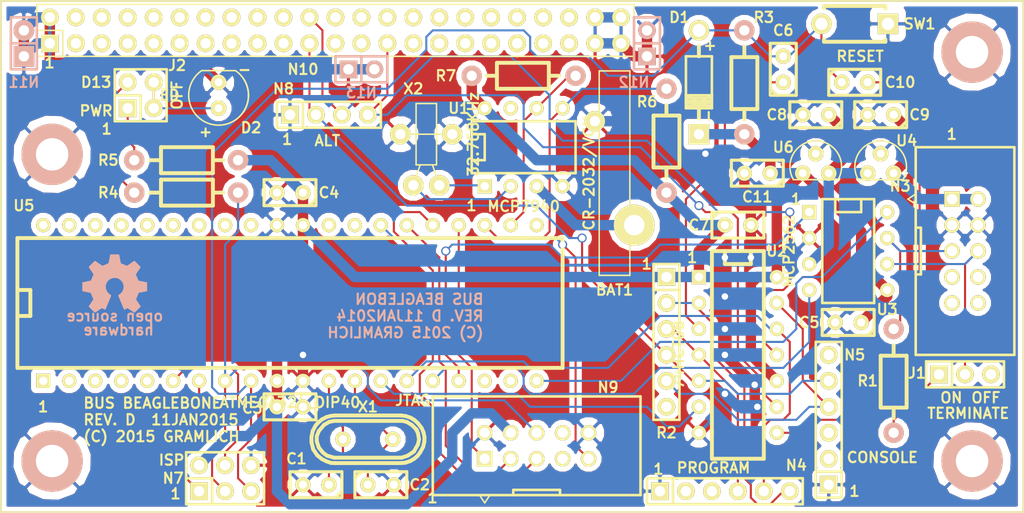
<source format=kicad_pcb>
(kicad_pcb (version 4) (host pcbnew "(2014-jul-16 BZR unknown)-product")
  (layers (0 F.Cu signal) (31 B.Cu signal) (34 B.Paste user) (35 F.Paste user) (36 B.SilkS user) (37 F.SilkS user) (38 B.Mask user) (39 F.Mask user) (44 Edge.Cuts user))
  (net 0 "")
  (net 1 /XTAL2)
  (net 2 GND)
  (net 3 /XTAL1)
  (net 4 /~RESET)
  (net 5 "Net-(D2-Pad+)")
  (net 6 "Net-(J1-Pad1)")
  (net 7 "Net-(J2-Pad1)")
  (net 8 "Net-(J2-Pad2)")
  (net 9 /MISO)
  (net 10 /SCK)
  (net 11 /MOSI)
  (net 12 /TCK)
  (net 13 /TDO)
  (net 14 /TMS)
  (net 15 /TDI)
  (net 16 /TXD0)
  (net 17 /RXD1)
  (net 18 /TXD1)
  (net 19 /RXD0)
  (net 20 "Net-(N10-Pad21)")
  (net 21 "Net-(N10-Pad22)")
  (net 22 /CANL)
  (net 23 /CANH)
  (net 24 "Net-(C6-Pad1)")
  (net 25 "Net-(N4-Pad6)")
  (net 26 "Net-(N4-Pad4)")
  (net 27 "Net-(N5-Pad4)")
  (net 28 +5V)
  (net 29 "Net-(C10-Pad2)")
  (net 30 "Net-(N10-Pad27)")
  (net 31 "Net-(R6-Pad1)")
  (net 32 "Net-(R7-Pad1)")
  (net 33 "Net-(U1-Pad1)")
  (net 34 "Net-(U1-Pad2)")
  (net 35 "Net-(U3-Pad8)")
  (net 36 /LPWR)
  (net 37 /BAT)
  (net 38 VCC)
  (module bus_beaglebone:Capacitor3MMDiscRM2.5 (layer F.Cu) (at 130.81 147.32 180)
    (fp_text reference C1 (at 1.905 2.54 360) (layer F.SilkS) (effects (font (size 1.016 1.016) (thickness 0.2032))))
    (fp_text value 18pF hide)
    (pad 1 thru_hole circle (at -1.27 0 180) (size 1.50114 1.50114) (drill 0.8001) (layers *.Cu *.Mask F.SilkS) (net 1 /XTAL2))
    (pad 2 thru_hole circle (at 1.27 0 180) (size 1.50114 1.50114) (drill 0.8001) (layers *.Cu *.Mask F.SilkS) (net 2 GND))
  )
  (module bus_beaglebone:Capacitor3MMDiscRM2.5 (layer F.Cu) (at 137.16 147.32)
    (fp_text reference C2 (at 3.81 0 180) (layer F.SilkS) (effects (font (size 1.016 1.016) (thickness 0.2032))))
    (fp_text value 18pF hide)
    (pad 1 thru_hole circle (at -1.27 0) (size 1.50114 1.50114) (drill 0.8001) (layers *.Cu *.Mask F.SilkS) (net 3 /XTAL1))
    (pad 2 thru_hole circle (at 1.27 0) (size 1.50114 1.50114) (drill 0.8001) (layers *.Cu *.Mask F.SilkS) (net 2 GND))
  )
  (module bus_beaglebone:Capacitor3MMDiscRM2.5 (layer F.Cu) (at 128.27 139.7)
    (fp_text reference C3 (at -3.683 0.127) (layer F.SilkS) (effects (font (size 1.016 1.016) (thickness 0.2032))))
    (fp_text value .1uF hide)
    (pad 1 thru_hole circle (at -1.27 0) (size 1.50114 1.50114) (drill 0.8001) (layers *.Cu *.Mask F.SilkS) (net 38 VCC))
    (pad 2 thru_hole circle (at 1.27 0) (size 1.50114 1.50114) (drill 0.8001) (layers *.Cu *.Mask F.SilkS) (net 2 GND))
  )
  (module bus_beaglebone:Capacitor3MMDiscRM2.5 (layer F.Cu) (at 128.27 118.745 180)
    (fp_text reference C4 (at -3.81 0 180) (layer F.SilkS) (effects (font (size 1.016 1.016) (thickness 0.2032))))
    (fp_text value .1uF hide)
    (pad 1 thru_hole circle (at -1.27 0 180) (size 1.50114 1.50114) (drill 0.8001) (layers *.Cu *.Mask F.SilkS) (net 38 VCC))
    (pad 2 thru_hole circle (at 1.27 0 180) (size 1.50114 1.50114) (drill 0.8001) (layers *.Cu *.Mask F.SilkS) (net 2 GND))
  )
  (module bus_beaglebone:Capacitor3MMDiscRM2.5 (layer F.Cu) (at 182.88 131.445 180)
    (fp_text reference C5 (at 3.81 0 180) (layer F.SilkS) (effects (font (size 1.016 1.016) (thickness 0.2032))))
    (fp_text value .1uF hide)
    (pad 1 thru_hole circle (at -1.27 0 180) (size 1.50114 1.50114) (drill 0.8001) (layers *.Cu *.Mask F.SilkS) (net 38 VCC))
    (pad 2 thru_hole circle (at 1.27 0 180) (size 1.50114 1.50114) (drill 0.8001) (layers *.Cu *.Mask F.SilkS) (net 2 GND))
  )
  (module bus_beaglebone:Capacitor3MMDiscRM2.5 (layer F.Cu) (at 176.53 106.68 90)
    (fp_text reference C6 (at 3.81 0 180) (layer F.SilkS) (effects (font (size 1.016 1.016) (thickness 0.2032))))
    (fp_text value .1uF hide)
    (pad 1 thru_hole circle (at -1.27 0 90) (size 1.50114 1.50114) (drill 0.8001) (layers *.Cu *.Mask F.SilkS) (net 24 "Net-(C6-Pad1)"))
    (pad 2 thru_hole circle (at 1.27 0 90) (size 1.50114 1.50114) (drill 0.8001) (layers *.Cu *.Mask F.SilkS) (net 4 /~RESET))
  )
  (module bus_beaglebone:Capacitor3MMDiscRM2.5 (layer F.Cu) (at 172.085 121.92)
    (fp_text reference C7 (at -3.81 0 180) (layer F.SilkS) (effects (font (size 1.016 1.016) (thickness 0.2032))))
    (fp_text value .1uF hide)
    (pad 1 thru_hole circle (at -1.27 0) (size 1.50114 1.50114) (drill 0.8001) (layers *.Cu *.Mask F.SilkS) (net 38 VCC))
    (pad 2 thru_hole circle (at 1.27 0) (size 1.50114 1.50114) (drill 0.8001) (layers *.Cu *.Mask F.SilkS) (net 2 GND))
  )
  (module bus_beaglebone:Capacitor3MMDiscRM2.5 (layer F.Cu) (at 179.705 111.125 180)
    (fp_text reference C8 (at 3.81 0 360) (layer F.SilkS) (effects (font (size 1.016 1.016) (thickness 0.2032))))
    (fp_text value 1uF hide)
    (pad 1 thru_hole circle (at -1.27 0 180) (size 1.50114 1.50114) (drill 0.8001) (layers *.Cu *.Mask F.SilkS) (net 28 +5V))
    (pad 2 thru_hole circle (at 1.27 0 180) (size 1.50114 1.50114) (drill 0.8001) (layers *.Cu *.Mask F.SilkS) (net 2 GND))
  )
  (module bus_beaglebone:Diode_DO-41_SOD81_Horizontal_RM10 (layer F.Cu) (at 168.275 107.95 270)
    (fp_text reference D1 (at -6.35 1.905 360) (layer F.SilkS) (effects (font (size 1.016 1.016) (thickness 0.2032))))
    (fp_text value SD101C-TR hide)
    (fp_text user - (at 3.302 -0.889 270) (layer F.SilkS) (effects (font (size 1.016 1.016) (thickness 0.2032))))
    (fp_text user + (at -3.556 -1.016 270) (layer F.SilkS) (effects (font (size 1.016 1.016) (thickness 0.2032))))
    (pad + thru_hole circle (at -5.08 0 270) (size 1.99898 1.99898) (drill 1.27) (layers *.Cu *.Mask F.SilkS) (net 4 /~RESET))
    (pad - thru_hole rect (at 5.08 0 270) (size 1.99898 1.99898) (drill 1.00076) (layers *.Cu *.Mask F.SilkS) (net 38 VCC))
  )
  (module bus_beaglebone:T1_LED (layer F.Cu) (at 121.285 109.22 180)
    (fp_text reference D2 (at -3.175 -3.175 180) (layer F.SilkS) (effects (font (size 1.016 1.016) (thickness 0.2032))))
    (fp_text value LED (at 5.207 0 180) (layer F.SilkS) (effects (font (size 1.016 1.016) (thickness 0.2032))))
    (fp_text user - (at -2.54 2.54 180) (layer F.SilkS) (effects (font (size 1.016 1.016) (thickness 0.2032))))
    (fp_text user + (at 1.27 -3.556 180) (layer F.SilkS) (effects (font (size 1.016 1.016) (thickness 0.2032))))
    (pad + thru_hole circle (at 0 -1.27 180) (size 1.524 1.524) (drill 0.762) (layers *.Cu *.Mask F.SilkS) (net 5 "Net-(D2-Pad+)"))
    (pad - thru_hole circle (at 0 1.27 180) (size 1.524 1.524) (drill 0.762) (layers *.Cu *.Mask F.SilkS) (net 2 GND))
  )
  (module bus_beaglebone:MountingHole_3mm (layer F.Cu) (at 105 115)
    (fp_text reference H1 (at 0.235001 -0.35499) (layer F.SilkS) (effects (font (size 1.016 1.016) (thickness 0.2032))))
    (fp_text value 3MM_HOLE hide)
    (pad 1 thru_hole circle (at 0 0) (size 6 6) (drill 3.175) (layers *.Cu *.SilkS *.Mask) (net 2 GND))
  )
  (module bus_beaglebone:MountingHole_3mm (layer F.Cu) (at 195 105)
    (fp_text reference H2 (at 0.235001 -0.35499) (layer F.SilkS) (effects (font (size 1.016 1.016) (thickness 0.2032))))
    (fp_text value 3MM_HOLE hide)
    (pad 1 thru_hole circle (at 0 0) (size 6 6) (drill 3.175) (layers *.Cu *.SilkS *.Mask) (net 2 GND))
  )
  (module bus_beaglebone:MountingHole_3mm (layer F.Cu) (at 105 145)
    (fp_text reference H3 (at 0.235001 -0.35499) (layer F.SilkS) (effects (font (size 1.016 1.016) (thickness 0.2032))))
    (fp_text value 3MM_HOLE hide)
    (pad 1 thru_hole circle (at 0 0) (size 6 6) (drill 3.175) (layers *.Cu *.SilkS *.Mask) (net 2 GND))
  )
  (module bus_beaglebone:MountingHole_3mm (layer F.Cu) (at 195 145)
    (fp_text reference H4 (at 0.235001 -0.35499) (layer F.SilkS) (effects (font (size 1.016 1.016) (thickness 0.2032))))
    (fp_text value 3MM_HOLE hide)
    (pad 1 thru_hole circle (at 0 0) (size 6 6) (drill 3.175) (layers *.Cu *.SilkS *.Mask) (net 2 GND))
  )
  (module bus_beaglebone:Pin_Header_Straight_1x03 (layer F.Cu) (at 194.31 136.525)
    (fp_text reference J1 (at -4.699 -0.127) (layer F.SilkS) (effects (font (size 1.016 1.016) (thickness 0.2032))))
    (fp_text value TERMINATE_JUMPER hide)
    (pad 1 thru_hole rect (at -2.54 0) (size 1.7272 1.7272) (drill 1.016) (layers *.Cu *.Mask F.SilkS) (net 6 "Net-(J1-Pad1)"))
    (pad 2 thru_hole circle (at 0 0) (size 1.7272 1.7272) (drill 1.016) (layers *.Cu *.Mask F.SilkS) (net 22 /CANL))
    (pad 3 thru_hole circle (at 2.54 0) (size 1.7272 1.7272) (drill 1.016) (layers *.Cu *.Mask F.SilkS))
  )
  (module bus_beaglebone:Pin_Header_Straight_2x02 (layer F.Cu) (at 113.665 109.22)
    (fp_text reference J2 (at 3.556 -2.921) (layer F.SilkS) (effects (font (size 1.016 1.016) (thickness 0.2032))))
    (fp_text value LED_JUMPER hide)
    (pad 1 thru_hole rect (at -1.27 1.27) (size 1.7272 1.7272) (drill 1.016) (layers *.Cu *.Mask F.SilkS) (net 7 "Net-(J2-Pad1)"))
    (pad 2 thru_hole oval (at -1.27 -1.27) (size 1.7272 1.7272) (drill 1.016) (layers *.Cu *.Mask F.SilkS) (net 8 "Net-(J2-Pad2)"))
    (pad 3 thru_hole oval (at 1.27 1.27) (size 1.7272 1.7272) (drill 1.016) (layers *.Cu *.Mask F.SilkS) (net 5 "Net-(D2-Pad+)"))
    (pad 4 thru_hole oval (at 1.27 -1.27) (size 1.7272 1.7272) (drill 1.016) (layers *.Cu *.Mask F.SilkS) (net 5 "Net-(D2-Pad+)"))
  )
  (module bus_beaglebone:Pin_Header_Straight_2x05_Shrouded (layer F.Cu) (at 194.31 124.46 270)
    (fp_text reference N3 (at -6.35 6.35 540) (layer F.SilkS) (effects (font (size 1.016 1.016) (thickness 0.2032))))
    (fp_text value BUS_HEADER hide)
    (pad 1 thru_hole rect (at -5.08 1.27 270) (size 1.524 1.524) (drill 1.016) (layers *.Cu *.Mask F.SilkS) (net 36 /LPWR))
    (pad 2 thru_hole circle (at -5.08 -1.27 270) (size 1.524 1.524) (drill 1.016) (layers *.Cu *.Mask F.SilkS) (net 36 /LPWR))
    (pad 3 thru_hole circle (at -2.54 1.27 270) (size 1.524 1.524) (drill 1.016) (layers *.Cu *.Mask F.SilkS) (net 2 GND))
    (pad 4 thru_hole circle (at -2.54 -1.27 270) (size 1.524 1.524) (drill 1.016) (layers *.Cu *.Mask F.SilkS) (net 2 GND))
    (pad 5 thru_hole circle (at 0 1.27 270) (size 1.524 1.524) (drill 1.016) (layers *.Cu *.Mask F.SilkS) (net 23 /CANH))
    (pad 6 thru_hole circle (at 0 -1.27 270) (size 1.524 1.524) (drill 1.016) (layers *.Cu *.Mask F.SilkS) (net 22 /CANL))
    (pad 7 thru_hole circle (at 2.54 1.27 270) (size 1.524 1.524) (drill 1.016) (layers *.Cu *.Mask F.SilkS))
    (pad 8 thru_hole circle (at 2.54 -1.27 270) (size 1.524 1.524) (drill 1.016) (layers *.Cu *.Mask F.SilkS))
    (pad 9 thru_hole circle (at 5.08 1.27 270) (size 1.524 1.524) (drill 1.016) (layers *.Cu *.Mask F.SilkS))
    (pad 10 thru_hole circle (at 5.08 -1.27 270) (size 1.524 1.524) (drill 1.016) (layers *.Cu *.Mask F.SilkS))
  )
  (module bus_beaglebone:Pin_Header_Straight_1x06 (layer F.Cu) (at 170.815 147.955)
    (fp_text reference N4 (at 6.985 -2.54) (layer F.SilkS) (effects (font (size 1.016 1.016) (thickness 0.2032))))
    (fp_text value FTDI_HEADER hide)
    (pad 1 thru_hole rect (at -6.35 0) (size 1.7272 1.7272) (drill 1.016) (layers *.Cu *.Mask F.SilkS) (net 2 GND))
    (pad 2 thru_hole circle (at -3.81 0) (size 1.7272 1.7272) (drill 1.016) (layers *.Cu *.Mask F.SilkS))
    (pad 3 thru_hole circle (at -1.27 0) (size 1.7272 1.7272) (drill 1.016) (layers *.Cu *.Mask F.SilkS))
    (pad 4 thru_hole circle (at 1.27 0) (size 1.7272 1.7272) (drill 1.016) (layers *.Cu *.Mask F.SilkS) (net 26 "Net-(N4-Pad4)"))
    (pad 5 thru_hole circle (at 3.81 0) (size 1.7272 1.7272) (drill 1.016) (layers *.Cu *.Mask F.SilkS) (net 16 /TXD0))
    (pad 6 thru_hole circle (at 6.35 0) (size 1.7272 1.7272) (drill 1.016) (layers *.Cu *.Mask F.SilkS) (net 25 "Net-(N4-Pad6)"))
  )
  (module bus_beaglebone:Pin_Header_Straight_1x06 (layer F.Cu) (at 180.975 140.97 90)
    (fp_text reference N5 (at 6.35 2.54 180) (layer F.SilkS) (effects (font (size 1.016 1.016) (thickness 0.2032))))
    (fp_text value FTDI_HEADER hide)
    (pad 1 thru_hole rect (at -6.35 0 90) (size 1.7272 1.7272) (drill 1.016) (layers *.Cu *.Mask F.SilkS) (net 2 GND))
    (pad 2 thru_hole circle (at -3.81 0 90) (size 1.7272 1.7272) (drill 1.016) (layers *.Cu *.Mask F.SilkS))
    (pad 3 thru_hole circle (at -1.27 0 90) (size 1.7272 1.7272) (drill 1.016) (layers *.Cu *.Mask F.SilkS))
    (pad 4 thru_hole circle (at 1.27 0 90) (size 1.7272 1.7272) (drill 1.016) (layers *.Cu *.Mask F.SilkS) (net 27 "Net-(N5-Pad4)"))
    (pad 5 thru_hole circle (at 3.81 0 90) (size 1.7272 1.7272) (drill 1.016) (layers *.Cu *.Mask F.SilkS) (net 20 "Net-(N10-Pad21)"))
    (pad 6 thru_hole circle (at 6.35 0 90) (size 1.7272 1.7272) (drill 1.016) (layers *.Cu *.Mask F.SilkS))
  )
  (module bus_beaglebone:Pin_Header_Straight_2x03 (layer F.Cu) (at 121.92 146.685)
    (fp_text reference N7 (at -5.08 0 180) (layer F.SilkS) (effects (font (size 1.016 1.016) (thickness 0.2032))))
    (fp_text value AVR_ISP_HEADER hide)
    (pad 1 thru_hole rect (at -2.54 1.27) (size 1.7272 1.7272) (drill 1.016) (layers *.Cu *.Mask F.SilkS) (net 9 /MISO))
    (pad 2 thru_hole oval (at -2.54 -1.27) (size 1.7272 1.7272) (drill 1.016) (layers *.Cu *.Mask F.SilkS) (net 38 VCC))
    (pad 3 thru_hole oval (at 0 1.27) (size 1.7272 1.7272) (drill 1.016) (layers *.Cu *.Mask F.SilkS) (net 10 /SCK))
    (pad 4 thru_hole oval (at 0 -1.27) (size 1.7272 1.7272) (drill 1.016) (layers *.Cu *.Mask F.SilkS) (net 11 /MOSI))
    (pad 5 thru_hole oval (at 2.54 1.27) (size 1.7272 1.7272) (drill 1.016) (layers *.Cu *.Mask F.SilkS) (net 4 /~RESET))
    (pad 6 thru_hole oval (at 2.54 -1.27) (size 1.7272 1.7272) (drill 1.016) (layers *.Cu *.Mask F.SilkS) (net 2 GND))
  )
  (module bus_beaglebone:Pin_Header_Straight_1x04 (layer F.Cu) (at 132.08 111.125)
    (fp_text reference N8 (at -4.445 -2.54) (layer F.SilkS) (effects (font (size 1.016 1.016) (thickness 0.2032))))
    (fp_text value SERIAL_CONNECTOR hide)
    (pad 1 thru_hole rect (at -3.81 0) (size 1.7272 1.7272) (drill 1.016) (layers *.Cu *.Mask F.SilkS) (net 2 GND))
    (pad 2 thru_hole circle (at -1.27 0) (size 1.7272 1.7272) (drill 1.016) (layers *.Cu *.Mask F.SilkS) (net 20 "Net-(N10-Pad21)"))
    (pad 3 thru_hole circle (at 1.27 0) (size 1.7272 1.7272) (drill 1.016) (layers *.Cu *.Mask F.SilkS) (net 21 "Net-(N10-Pad22)"))
    (pad 4 thru_hole circle (at 3.81 0) (size 1.7272 1.7272) (drill 1.016) (layers *.Cu *.Mask F.SilkS) (net 30 "Net-(N10-Pad27)"))
  )
  (module bus_beaglebone:Pin_Header_Straight_2x05_Shrouded (layer F.Cu) (at 152.4 143.51)
    (fp_text reference N9 (at 6.985 -5.715 180) (layer F.SilkS) (effects (font (size 1.016 1.016) (thickness 0.2032))))
    (fp_text value JTAG_HEADER hide)
    (pad 1 thru_hole rect (at -5.08 1.27) (size 1.524 1.524) (drill 1.016) (layers *.Cu *.Mask F.SilkS) (net 12 /TCK))
    (pad 2 thru_hole circle (at -5.08 -1.27) (size 1.524 1.524) (drill 1.016) (layers *.Cu *.Mask F.SilkS) (net 2 GND))
    (pad 3 thru_hole circle (at -2.54 1.27) (size 1.524 1.524) (drill 1.016) (layers *.Cu *.Mask F.SilkS) (net 13 /TDO))
    (pad 4 thru_hole circle (at -2.54 -1.27) (size 1.524 1.524) (drill 1.016) (layers *.Cu *.Mask F.SilkS) (net 38 VCC))
    (pad 5 thru_hole circle (at 0 1.27) (size 1.524 1.524) (drill 1.016) (layers *.Cu *.Mask F.SilkS) (net 14 /TMS))
    (pad 6 thru_hole circle (at 0 -1.27) (size 1.524 1.524) (drill 1.016) (layers *.Cu *.Mask F.SilkS) (net 10 /SCK))
    (pad 7 thru_hole circle (at 2.54 1.27) (size 1.524 1.524) (drill 1.016) (layers *.Cu *.Mask F.SilkS))
    (pad 8 thru_hole circle (at 2.54 -1.27) (size 1.524 1.524) (drill 1.016) (layers *.Cu *.Mask F.SilkS))
    (pad 9 thru_hole circle (at 5.08 1.27) (size 1.524 1.524) (drill 1.016) (layers *.Cu *.Mask F.SilkS) (net 15 /TDI))
    (pad 10 thru_hole circle (at 5.08 -1.27) (size 1.524 1.524) (drill 1.016) (layers *.Cu *.Mask F.SilkS) (net 2 GND))
  )
  (module bus_beaglebone:Pin_Header_Straight_2x23 (layer F.Cu) (at 132.715 102.87)
    (fp_text reference N10 (at -3.175 3.81) (layer F.SilkS) (effects (font (size 1.016 1.016) (thickness 0.2032))))
    (fp_text value BBB_P9_HEADER hide)
    (pad 1 thru_hole rect (at -27.94 1.27) (size 1.7272 1.7272) (drill 1.016) (layers *.Cu *.Mask F.SilkS) (net 2 GND))
    (pad 2 thru_hole oval (at -27.94 -1.27) (size 1.7272 1.7272) (drill 1.016) (layers *.Cu *.Mask F.SilkS) (net 2 GND))
    (pad 3 thru_hole oval (at -25.4 1.27) (size 1.7272 1.7272) (drill 1.016) (layers *.Cu *.Mask F.SilkS))
    (pad 4 thru_hole oval (at -25.4 -1.27) (size 1.7272 1.7272) (drill 1.016) (layers *.Cu *.Mask F.SilkS))
    (pad 5 thru_hole oval (at -22.86 1.27) (size 1.7272 1.7272) (drill 1.016) (layers *.Cu *.Mask F.SilkS))
    (pad 6 thru_hole oval (at -22.86 -1.27) (size 1.7272 1.7272) (drill 1.016) (layers *.Cu *.Mask F.SilkS))
    (pad 7 thru_hole oval (at -20.32 1.27) (size 1.7272 1.7272) (drill 1.016) (layers *.Cu *.Mask F.SilkS))
    (pad 8 thru_hole oval (at -20.32 -1.27) (size 1.7272 1.7272) (drill 1.016) (layers *.Cu *.Mask F.SilkS))
    (pad 9 thru_hole oval (at -17.78 1.27) (size 1.7272 1.7272) (drill 1.016) (layers *.Cu *.Mask F.SilkS))
    (pad 10 thru_hole oval (at -17.78 -1.27) (size 1.7272 1.7272) (drill 1.016) (layers *.Cu *.Mask F.SilkS))
    (pad 11 thru_hole oval (at -15.24 1.27) (size 1.7272 1.7272) (drill 1.016) (layers *.Cu *.Mask F.SilkS))
    (pad 12 thru_hole oval (at -15.24 -1.27) (size 1.7272 1.7272) (drill 1.016) (layers *.Cu *.Mask F.SilkS))
    (pad 13 thru_hole oval (at -12.7 1.27) (size 1.7272 1.7272) (drill 1.016) (layers *.Cu *.Mask F.SilkS))
    (pad 14 thru_hole oval (at -12.7 -1.27) (size 1.7272 1.7272) (drill 1.016) (layers *.Cu *.Mask F.SilkS))
    (pad 15 thru_hole oval (at -10.16 1.27) (size 1.7272 1.7272) (drill 1.016) (layers *.Cu *.Mask F.SilkS))
    (pad 16 thru_hole oval (at -10.16 -1.27) (size 1.7272 1.7272) (drill 1.016) (layers *.Cu *.Mask F.SilkS))
    (pad 17 thru_hole oval (at -7.62 1.27) (size 1.7272 1.7272) (drill 1.016) (layers *.Cu *.Mask F.SilkS))
    (pad 18 thru_hole oval (at -7.62 -1.27) (size 1.7272 1.7272) (drill 1.016) (layers *.Cu *.Mask F.SilkS))
    (pad 19 thru_hole oval (at -5.08 1.27) (size 1.7272 1.7272) (drill 1.016) (layers *.Cu *.Mask F.SilkS))
    (pad 20 thru_hole oval (at -5.08 -1.27) (size 1.7272 1.7272) (drill 1.016) (layers *.Cu *.Mask F.SilkS))
    (pad 21 thru_hole oval (at -2.54 1.27) (size 1.7272 1.7272) (drill 1.016) (layers *.Cu *.Mask F.SilkS) (net 20 "Net-(N10-Pad21)"))
    (pad 22 thru_hole oval (at -2.54 -1.27) (size 1.7272 1.7272) (drill 1.016) (layers *.Cu *.Mask F.SilkS) (net 21 "Net-(N10-Pad22)"))
    (pad 23 thru_hole oval (at 0 1.27) (size 1.7272 1.7272) (drill 1.016) (layers *.Cu *.Mask F.SilkS))
    (pad 24 thru_hole oval (at 0 -1.27) (size 1.7272 1.7272) (drill 1.016) (layers *.Cu *.Mask F.SilkS))
    (pad 25 thru_hole oval (at 2.54 1.27) (size 1.7272 1.7272) (drill 1.016) (layers *.Cu *.Mask F.SilkS))
    (pad 26 thru_hole oval (at 2.54 -1.27) (size 1.7272 1.7272) (drill 1.016) (layers *.Cu *.Mask F.SilkS))
    (pad 27 thru_hole oval (at 5.08 1.27) (size 1.7272 1.7272) (drill 1.016) (layers *.Cu *.Mask F.SilkS) (net 30 "Net-(N10-Pad27)"))
    (pad 28 thru_hole oval (at 5.08 -1.27) (size 1.7272 1.7272) (drill 1.016) (layers *.Cu *.Mask F.SilkS))
    (pad 29 thru_hole oval (at 7.62 1.27) (size 1.7272 1.7272) (drill 1.016) (layers *.Cu *.Mask F.SilkS))
    (pad 30 thru_hole oval (at 7.62 -1.27) (size 1.7272 1.7272) (drill 1.016) (layers *.Cu *.Mask F.SilkS))
    (pad 31 thru_hole oval (at 10.16 1.27) (size 1.7272 1.7272) (drill 1.016) (layers *.Cu *.Mask F.SilkS))
    (pad 32 thru_hole oval (at 10.16 -1.27) (size 1.7272 1.7272) (drill 1.016) (layers *.Cu *.Mask F.SilkS))
    (pad 33 thru_hole oval (at 12.7 1.27) (size 1.7272 1.7272) (drill 1.016) (layers *.Cu *.Mask F.SilkS))
    (pad 34 thru_hole oval (at 12.7 -1.27) (size 1.7272 1.7272) (drill 1.016) (layers *.Cu *.Mask F.SilkS))
    (pad 35 thru_hole oval (at 15.24 1.27) (size 1.7272 1.7272) (drill 1.016) (layers *.Cu *.Mask F.SilkS))
    (pad 36 thru_hole oval (at 15.24 -1.27) (size 1.7272 1.7272) (drill 1.016) (layers *.Cu *.Mask F.SilkS))
    (pad 37 thru_hole oval (at 17.78 1.27) (size 1.7272 1.7272) (drill 1.016) (layers *.Cu *.Mask F.SilkS))
    (pad 38 thru_hole oval (at 17.78 -1.27) (size 1.7272 1.7272) (drill 1.016) (layers *.Cu *.Mask F.SilkS))
    (pad 39 thru_hole oval (at 20.32 1.27) (size 1.7272 1.7272) (drill 1.016) (layers *.Cu *.Mask F.SilkS))
    (pad 40 thru_hole oval (at 20.32 -1.27) (size 1.7272 1.7272) (drill 1.016) (layers *.Cu *.Mask F.SilkS))
    (pad 41 thru_hole oval (at 22.86 1.27) (size 1.7272 1.7272) (drill 1.016) (layers *.Cu *.Mask F.SilkS))
    (pad 42 thru_hole oval (at 22.86 -1.27) (size 1.7272 1.7272) (drill 1.016) (layers *.Cu *.Mask F.SilkS))
    (pad 43 thru_hole oval (at 25.4 1.27) (size 1.7272 1.7272) (drill 1.016) (layers *.Cu *.Mask F.SilkS) (net 2 GND))
    (pad 44 thru_hole oval (at 25.4 -1.27) (size 1.7272 1.7272) (drill 1.016) (layers *.Cu *.Mask F.SilkS) (net 2 GND))
    (pad 45 thru_hole oval (at 27.94 1.27) (size 1.7272 1.7272) (drill 1.016) (layers *.Cu *.Mask F.SilkS) (net 2 GND))
    (pad 46 thru_hole oval (at 27.94 -1.27) (size 1.7272 1.7272) (drill 1.016) (layers *.Cu *.Mask F.SilkS) (net 2 GND))
  )
  (module bus_beaglebone:Resistor_Horizontal__400 (layer F.Cu) (at 172.72 107.95 270)
    (fp_text reference R3 (at -6.35 -1.905 360) (layer F.SilkS) (effects (font (size 1.016 1.016) (thickness 0.2032))))
    (fp_text value 10K hide)
    (pad 1 thru_hole circle (at -5.08 0 270) (size 1.99898 1.99898) (drill 1.00076) (layers *.Cu *.SilkS *.Mask) (net 4 /~RESET))
    (pad 2 thru_hole circle (at 5.08 0 270) (size 1.99898 1.99898) (drill 1.00076) (layers *.Cu *.SilkS *.Mask) (net 38 VCC))
  )
  (module bus_beaglebone:Resistor_Horizontal__400 (layer F.Cu) (at 118.11 118.745)
    (fp_text reference R4 (at -7.62 0 180) (layer F.SilkS) (effects (font (size 1.016 1.016) (thickness 0.2032))))
    (fp_text value 470 hide)
    (pad 1 thru_hole circle (at -5.08 0) (size 1.99898 1.99898) (drill 1.00076) (layers *.Cu *.SilkS *.Mask) (net 8 "Net-(J2-Pad2)"))
    (pad 2 thru_hole circle (at 5.08 0) (size 1.99898 1.99898) (drill 1.00076) (layers *.Cu *.SilkS *.Mask) (net 10 /SCK))
  )
  (module bus_beaglebone:Resistor_Horizontal__400 (layer F.Cu) (at 118.11 115.57)
    (fp_text reference R5 (at -7.62 0) (layer F.SilkS) (effects (font (size 1.016 1.016) (thickness 0.2032))))
    (fp_text value 470 hide)
    (pad 1 thru_hole circle (at -5.08 0) (size 1.99898 1.99898) (drill 1.00076) (layers *.Cu *.SilkS *.Mask) (net 7 "Net-(J2-Pad1)"))
    (pad 2 thru_hole circle (at 5.08 0) (size 1.99898 1.99898) (drill 1.00076) (layers *.Cu *.SilkS *.Mask) (net 38 VCC))
  )
  (module bus_beaglebone:Resistor_Horizontal__400 (layer F.Cu) (at 165.1 113.665 270)
    (fp_text reference R6 (at -3.81 1.905 360) (layer F.SilkS) (effects (font (size 1.016 1.016) (thickness 0.2032))))
    (fp_text value 4K7 hide)
    (pad 1 thru_hole circle (at -5.08 0 270) (size 1.99898 1.99898) (drill 1.00076) (layers *.Cu *.SilkS *.Mask) (net 31 "Net-(R6-Pad1)"))
    (pad 2 thru_hole circle (at 5.08 0 270) (size 1.99898 1.99898) (drill 1.00076) (layers *.Cu *.SilkS *.Mask) (net 38 VCC))
  )
  (module bus_beaglebone:Button_6.5MM (layer F.Cu) (at 183.515 102.235 180)
    (fp_text reference SW1 (at -6.35 0 180) (layer F.SilkS) (effects (font (size 1.016 1.016) (thickness 0.2032))))
    (fp_text value MJTP1243 hide)
    (pad 1 thru_hole rect (at -3.2512 0 180) (size 1.99898 1.99898) (drill 1.19888) (layers *.Cu *.Mask F.SilkS) (net 2 GND))
    (pad 2 thru_hole circle (at 3.2512 0 180) (size 1.99898 1.99898) (drill 1.19888) (layers *.Cu *.Mask F.SilkS) (net 4 /~RESET))
  )
  (module bus_beaglebone:Crystal_HC49-U_Vertical (layer F.Cu) (at 135.89 142.875)
    (fp_text reference X1 (at 0 -3.175 180) (layer F.SilkS) (effects (font (size 1.016 1.016) (thickness 0.2032))))
    (fp_text value 16MHz hide)
    (pad 1 thru_hole circle (at -2.44094 0) (size 1.50114 1.50114) (drill 0.8001) (layers *.Cu *.Mask F.SilkS) (net 1 /XTAL2))
    (pad 2 thru_hole circle (at 2.44094 0) (size 1.50114 1.50114) (drill 0.8001) (layers *.Cu *.Mask F.SilkS) (net 3 /XTAL1))
  )
  (module bus_beaglebone:Resistor_Horizontal__400 (layer F.Cu) (at 151.13 107.315 180)
    (fp_text reference R7 (at 7.62 0 180) (layer F.SilkS) (effects (font (size 1.016 1.016) (thickness 0.2032))))
    (fp_text value 4K7 hide)
    (pad 1 thru_hole circle (at -5.08 0 180) (size 1.99898 1.99898) (drill 1.00076) (layers *.Cu *.SilkS *.Mask) (net 32 "Net-(R7-Pad1)"))
    (pad 2 thru_hole circle (at 5.08 0 180) (size 1.99898 1.99898) (drill 1.00076) (layers *.Cu *.SilkS *.Mask) (net 38 VCC))
  )
  (module bus_beaglebone:10MM_BATTERY (layer F.Cu) (at 160.02 116.84 90)
    (fp_text reference BAT1 (at -11.43 0 180) (layer F.SilkS) (effects (font (size 1.016 1.016) (thickness 0.2032))))
    (fp_text value CR-2032/VCN (at 0 -2.5 90) (layer F.SilkS) (effects (font (size 1.016 1.016) (thickness 0.2032))))
    (pad + thru_hole circle (at -5.085 1.925 90) (size 4 4) (drill 2) (layers *.Cu *.Mask F.SilkS) (net 37 /BAT))
    (pad - thru_hole circle (at 5.085 -1.925 90) (size 2 2) (drill 1) (layers *.Cu *.Mask F.SilkS) (net 2 GND))
  )
  (module bus_beaglebone:OSHW_LOGO_250mil (layer B.Cu) (at 111.125 127.635 180)
    (fp_text reference H5 hide)
    (fp_text value OSHW_LOGO hide)
  )
  (module bus_beaglebone:RTC_CRYSTAL (layer F.Cu) (at 141.605 113.03 270)
    (fp_text reference X2 (at -4.445 1.27 360) (layer F.SilkS) (effects (font (size 1.016 1.016) (thickness 0.2032))))
    (fp_text value 32.768KHz (at 0 -4.6 270) (layer F.SilkS) (effects (font (size 1.016 1.016) (thickness 0.2032))))
    (pad 1 thru_hole circle (at 5 -1.27 270) (size 2 2) (drill 1) (layers *.Cu *.Mask F.SilkS) (net 33 "Net-(U1-Pad1)"))
    (pad 2 thru_hole circle (at 5 1.27 270) (size 2 2) (drill 1) (layers *.Cu *.Mask F.SilkS) (net 34 "Net-(U1-Pad2)"))
    (pad 3 thru_hole circle (at 0 -2.54 270) (size 2 2) (drill 1) (layers *.Cu *.Mask F.SilkS) (net 2 GND))
    (pad 4 thru_hole circle (at 0 2.54 270) (size 2 2) (drill 1) (layers *.Cu *.Mask F.SilkS) (net 2 GND))
  )
  (module bus_beaglebone:Capacitor3MMDiscRM2.5 (layer F.Cu) (at 186.055 111.125 180)
    (fp_text reference C9 (at -3.81 0 180) (layer F.SilkS) (effects (font (size 1.016 1.016) (thickness 0.2032))))
    (fp_text value 1uF hide)
    (pad 1 thru_hole circle (at -1.27 0 180) (size 1.50114 1.50114) (drill 0.8001) (layers *.Cu *.Mask F.SilkS) (net 36 /LPWR))
    (pad 2 thru_hole circle (at 1.27 0 180) (size 1.50114 1.50114) (drill 0.8001) (layers *.Cu *.Mask F.SilkS) (net 2 GND))
  )
  (module bus_beaglebone:Capacitor3MMDiscRM2.5 (layer F.Cu) (at 183.515 107.95)
    (fp_text reference C10 (at 4.445 0) (layer F.SilkS) (effects (font (size 1.016 1.016) (thickness 0.2032))))
    (fp_text value .1uF hide)
    (pad 1 thru_hole circle (at -1.27 0) (size 1.50114 1.50114) (drill 0.8001) (layers *.Cu *.Mask F.SilkS) (net 4 /~RESET))
    (pad 2 thru_hole circle (at 1.27 0) (size 1.50114 1.50114) (drill 0.8001) (layers *.Cu *.Mask F.SilkS) (net 29 "Net-(C10-Pad2)"))
  )
  (module bus_beaglebone:DIP-8__300 (layer F.Cu) (at 151.13 114.3)
    (fp_text reference U1 (at -6.35 -3.81 180) (layer F.SilkS) (effects (font (size 1.016 1.016) (thickness 0.2032))))
    (fp_text value MCP7940 (at 0 5.79) (layer F.SilkS) (effects (font (size 1.016 1.016) (thickness 0.2032))))
    (pad 1 thru_hole rect (at -3.81 3.81) (size 1.397 1.397) (drill 0.8128) (layers *.Cu *.Mask F.SilkS) (net 33 "Net-(U1-Pad1)"))
    (pad 2 thru_hole circle (at -1.27 3.81) (size 1.397 1.397) (drill 0.8128) (layers *.Cu *.Mask F.SilkS) (net 34 "Net-(U1-Pad2)"))
    (pad 3 thru_hole circle (at 1.27 3.81) (size 1.397 1.397) (drill 0.8128) (layers *.Cu *.Mask F.SilkS) (net 37 /BAT))
    (pad 4 thru_hole circle (at 3.81 3.81) (size 1.397 1.397) (drill 0.8128) (layers *.Cu *.Mask F.SilkS) (net 2 GND))
    (pad 5 thru_hole circle (at 3.81 -3.81) (size 1.397 1.397) (drill 0.8128) (layers *.Cu *.Mask F.SilkS) (net 31 "Net-(R6-Pad1)"))
    (pad 6 thru_hole circle (at 1.27 -3.81) (size 1.397 1.397) (drill 0.8128) (layers *.Cu *.Mask F.SilkS) (net 32 "Net-(R7-Pad1)"))
    (pad 7 thru_hole circle (at -1.27 -3.81) (size 1.397 1.397) (drill 0.8128) (layers *.Cu *.Mask F.SilkS))
    (pad 8 thru_hole circle (at -3.81 -3.81) (size 1.397 1.397) (drill 0.8128) (layers *.Cu *.Mask F.SilkS) (net 38 VCC))
  )
  (module bus_beaglebone:DIP-14__300 (layer F.Cu) (at 172.085 134.62 270)
    (fp_text reference U2 (at -10.16 -3.81 360) (layer F.SilkS) (effects (font (size 1.016 1.016) (thickness 0.2032))))
    (fp_text value 74HCT08 (at 0 5.8 270) (layer F.SilkS) (effects (font (size 1.016 1.016) (thickness 0.2032))))
    (pad 1 thru_hole rect (at -7.62 3.81 270) (size 1.397 1.397) (drill 0.8128) (layers *.Cu *.Mask F.SilkS) (net 38 VCC))
    (pad 2 thru_hole circle (at -5.08 3.81 270) (size 1.397 1.397) (drill 0.8128) (layers *.Cu *.Mask F.SilkS) (net 25 "Net-(N4-Pad6)"))
    (pad 3 thru_hole circle (at -2.54 3.81 270) (size 1.397 1.397) (drill 0.8128) (layers *.Cu *.Mask F.SilkS) (net 24 "Net-(C6-Pad1)"))
    (pad 4 thru_hole circle (at 0 3.81 270) (size 1.397 1.397) (drill 0.8128) (layers *.Cu *.Mask F.SilkS) (net 26 "Net-(N4-Pad4)"))
    (pad 5 thru_hole circle (at 2.54 3.81 270) (size 1.397 1.397) (drill 0.8128) (layers *.Cu *.Mask F.SilkS) (net 20 "Net-(N10-Pad21)"))
    (pad 6 thru_hole circle (at 5.08 3.81 270) (size 1.397 1.397) (drill 0.8128) (layers *.Cu *.Mask F.SilkS) (net 19 /RXD0))
    (pad 7 thru_hole circle (at 7.62 3.81 270) (size 1.397 1.397) (drill 0.8128) (layers *.Cu *.Mask F.SilkS) (net 2 GND))
    (pad 8 thru_hole circle (at 7.62 -3.81 270) (size 1.397 1.397) (drill 0.8128) (layers *.Cu *.Mask F.SilkS) (net 29 "Net-(C10-Pad2)"))
    (pad 9 thru_hole circle (at 5.08 -3.81 270) (size 1.397 1.397) (drill 0.8128) (layers *.Cu *.Mask F.SilkS) (net 30 "Net-(N10-Pad27)"))
    (pad 10 thru_hole circle (at 2.54 -3.81 270) (size 1.397 1.397) (drill 0.8128) (layers *.Cu *.Mask F.SilkS) (net 38 VCC))
    (pad 11 thru_hole circle (at 0 -3.81 270) (size 1.397 1.397) (drill 0.8128) (layers *.Cu *.Mask F.SilkS) (net 21 "Net-(N10-Pad22)"))
    (pad 12 thru_hole circle (at -2.54 -3.81 270) (size 1.397 1.397) (drill 0.8128) (layers *.Cu *.Mask F.SilkS) (net 16 /TXD0))
    (pad 13 thru_hole circle (at -5.08 -3.81 270) (size 1.397 1.397) (drill 0.8128) (layers *.Cu *.Mask F.SilkS) (net 27 "Net-(N5-Pad4)"))
    (pad 14 thru_hole circle (at -7.62 -3.81 270) (size 1.397 1.397) (drill 0.8128) (layers *.Cu *.Mask F.SilkS) (net 38 VCC))
  )
  (module bus_beaglebone:DIP-8__300 (layer F.Cu) (at 182.88 124.46 270)
    (fp_text reference U3 (at 5.715 -3.81 540) (layer F.SilkS) (effects (font (size 1.016 1.016) (thickness 0.2032))))
    (fp_text value MCP2562 (at 0 5.79 270) (layer F.SilkS) (effects (font (size 1.016 1.016) (thickness 0.2032))))
    (pad 1 thru_hole rect (at -3.81 3.81 270) (size 1.397 1.397) (drill 0.8128) (layers *.Cu *.Mask F.SilkS) (net 18 /TXD1))
    (pad 2 thru_hole circle (at -1.27 3.81 270) (size 1.397 1.397) (drill 0.8128) (layers *.Cu *.Mask F.SilkS) (net 2 GND))
    (pad 3 thru_hole circle (at 1.27 3.81 270) (size 1.397 1.397) (drill 0.8128) (layers *.Cu *.Mask F.SilkS) (net 28 +5V))
    (pad 4 thru_hole circle (at 3.81 3.81 270) (size 1.397 1.397) (drill 0.8128) (layers *.Cu *.Mask F.SilkS) (net 17 /RXD1))
    (pad 5 thru_hole circle (at 3.81 -3.81 270) (size 1.397 1.397) (drill 0.8128) (layers *.Cu *.Mask F.SilkS) (net 38 VCC))
    (pad 6 thru_hole circle (at 1.27 -3.81 270) (size 1.397 1.397) (drill 0.8128) (layers *.Cu *.Mask F.SilkS) (net 22 /CANL))
    (pad 7 thru_hole circle (at -1.27 -3.81 270) (size 1.397 1.397) (drill 0.8128) (layers *.Cu *.Mask F.SilkS) (net 23 /CANH))
    (pad 8 thru_hole circle (at -3.81 -3.81 270) (size 1.397 1.397) (drill 0.8128) (layers *.Cu *.Mask F.SilkS) (net 35 "Net-(U3-Pad8)"))
  )
  (module bus_beaglebone:TO92_123 (layer F.Cu) (at 186.055 116.205)
    (fp_text reference U4 (at 2.54 -2.54 180) (layer F.SilkS) (effects (font (size 1.016 1.016) (thickness 0.2032))))
    (fp_text value L78L05AC hide)
    (pad 1 thru_hole circle (at -1.27 0.635) (size 1.524 1.524) (drill 0.762) (layers *.Cu *.Mask F.SilkS) (net 28 +5V))
    (pad 2 thru_hole circle (at 0 -1.27) (size 1.524 1.524) (drill 0.762) (layers *.Cu *.Mask F.SilkS) (net 2 GND))
    (pad 3 thru_hole circle (at 1.27 0.635) (size 1.524 1.524) (drill 0.762) (layers *.Cu *.Mask F.SilkS) (net 36 /LPWR))
  )
  (module bus_beaglebone:DIP-40__600 (layer F.Cu) (at 128.27 129.54)
    (fp_text reference U5 (at -26.035 -9.525) (layer F.SilkS) (effects (font (size 1.016 1.016) (thickness 0.2032))))
    (fp_text value ATMEGA324_DIP40 (at 0 9.73) (layer F.SilkS) (effects (font (size 1.016 1.016) (thickness 0.2032))))
    (pad 1 thru_hole rect (at -24.13 7.62) (size 1.397 1.397) (drill 0.8128) (layers *.Cu *.Mask F.SilkS))
    (pad 2 thru_hole circle (at -21.59 7.62) (size 1.397 1.397) (drill 0.8128) (layers *.Cu *.Mask F.SilkS))
    (pad 3 thru_hole circle (at -19.05 7.62) (size 1.397 1.397) (drill 0.8128) (layers *.Cu *.Mask F.SilkS))
    (pad 4 thru_hole circle (at -16.51 7.62) (size 1.397 1.397) (drill 0.8128) (layers *.Cu *.Mask F.SilkS))
    (pad 5 thru_hole circle (at -13.97 7.62) (size 1.397 1.397) (drill 0.8128) (layers *.Cu *.Mask F.SilkS))
    (pad 6 thru_hole circle (at -11.43 7.62) (size 1.397 1.397) (drill 0.8128) (layers *.Cu *.Mask F.SilkS) (net 11 /MOSI))
    (pad 7 thru_hole circle (at -8.89 7.62) (size 1.397 1.397) (drill 0.8128) (layers *.Cu *.Mask F.SilkS) (net 9 /MISO))
    (pad 8 thru_hole circle (at -6.35 7.62) (size 1.397 1.397) (drill 0.8128) (layers *.Cu *.Mask F.SilkS) (net 10 /SCK))
    (pad 9 thru_hole circle (at -3.81 7.62) (size 1.397 1.397) (drill 0.8128) (layers *.Cu *.Mask F.SilkS) (net 4 /~RESET))
    (pad 10 thru_hole circle (at -1.27 7.62) (size 1.397 1.397) (drill 0.8128) (layers *.Cu *.Mask F.SilkS) (net 38 VCC))
    (pad 11 thru_hole circle (at 1.27 7.62) (size 1.397 1.397) (drill 0.8128) (layers *.Cu *.Mask F.SilkS) (net 2 GND))
    (pad 12 thru_hole circle (at 3.81 7.62) (size 1.397 1.397) (drill 0.8128) (layers *.Cu *.Mask F.SilkS) (net 1 /XTAL2))
    (pad 13 thru_hole circle (at 6.35 7.62) (size 1.397 1.397) (drill 0.8128) (layers *.Cu *.Mask F.SilkS) (net 3 /XTAL1))
    (pad 14 thru_hole circle (at 8.89 7.62) (size 1.397 1.397) (drill 0.8128) (layers *.Cu *.Mask F.SilkS) (net 19 /RXD0))
    (pad 15 thru_hole circle (at 11.43 7.62) (size 1.397 1.397) (drill 0.8128) (layers *.Cu *.Mask F.SilkS) (net 16 /TXD0))
    (pad 16 thru_hole circle (at 13.97 7.62) (size 1.397 1.397) (drill 0.8128) (layers *.Cu *.Mask F.SilkS) (net 17 /RXD1))
    (pad 17 thru_hole circle (at 16.51 7.62) (size 1.397 1.397) (drill 0.8128) (layers *.Cu *.Mask F.SilkS) (net 18 /TXD1))
    (pad 18 thru_hole circle (at 19.05 7.62) (size 1.397 1.397) (drill 0.8128) (layers *.Cu *.Mask F.SilkS))
    (pad 19 thru_hole circle (at 21.59 7.62) (size 1.397 1.397) (drill 0.8128) (layers *.Cu *.Mask F.SilkS))
    (pad 20 thru_hole circle (at 24.13 7.62) (size 1.397 1.397) (drill 0.8128) (layers *.Cu *.Mask F.SilkS) (net 35 "Net-(U3-Pad8)"))
    (pad 21 thru_hole circle (at 24.13 -7.62) (size 1.397 1.397) (drill 0.8128) (layers *.Cu *.Mask F.SilkS))
    (pad 22 thru_hole circle (at 21.59 -7.62) (size 1.397 1.397) (drill 0.8128) (layers *.Cu *.Mask F.SilkS) (net 32 "Net-(R7-Pad1)"))
    (pad 23 thru_hole circle (at 19.05 -7.62) (size 1.397 1.397) (drill 0.8128) (layers *.Cu *.Mask F.SilkS) (net 31 "Net-(R6-Pad1)"))
    (pad 24 thru_hole circle (at 16.51 -7.62) (size 1.397 1.397) (drill 0.8128) (layers *.Cu *.Mask F.SilkS) (net 12 /TCK))
    (pad 25 thru_hole circle (at 13.97 -7.62) (size 1.397 1.397) (drill 0.8128) (layers *.Cu *.Mask F.SilkS) (net 14 /TMS))
    (pad 26 thru_hole circle (at 11.43 -7.62) (size 1.397 1.397) (drill 0.8128) (layers *.Cu *.Mask F.SilkS) (net 13 /TDO))
    (pad 27 thru_hole circle (at 8.89 -7.62) (size 1.397 1.397) (drill 0.8128) (layers *.Cu *.Mask F.SilkS) (net 15 /TDI))
    (pad 28 thru_hole circle (at 6.35 -7.62) (size 1.397 1.397) (drill 0.8128) (layers *.Cu *.Mask F.SilkS))
    (pad 29 thru_hole circle (at 3.81 -7.62) (size 1.397 1.397) (drill 0.8128) (layers *.Cu *.Mask F.SilkS))
    (pad 30 thru_hole circle (at 1.27 -7.62) (size 1.397 1.397) (drill 0.8128) (layers *.Cu *.Mask F.SilkS) (net 38 VCC))
    (pad 31 thru_hole circle (at -1.27 -7.62) (size 1.397 1.397) (drill 0.8128) (layers *.Cu *.Mask F.SilkS) (net 2 GND))
    (pad 32 thru_hole circle (at -3.81 -7.62) (size 1.397 1.397) (drill 0.8128) (layers *.Cu *.Mask F.SilkS))
    (pad 33 thru_hole circle (at -6.35 -7.62) (size 1.397 1.397) (drill 0.8128) (layers *.Cu *.Mask F.SilkS))
    (pad 34 thru_hole circle (at -8.89 -7.62) (size 1.397 1.397) (drill 0.8128) (layers *.Cu *.Mask F.SilkS))
    (pad 35 thru_hole circle (at -11.43 -7.62) (size 1.397 1.397) (drill 0.8128) (layers *.Cu *.Mask F.SilkS))
    (pad 36 thru_hole circle (at -13.97 -7.62) (size 1.397 1.397) (drill 0.8128) (layers *.Cu *.Mask F.SilkS))
    (pad 37 thru_hole circle (at -16.51 -7.62) (size 1.397 1.397) (drill 0.8128) (layers *.Cu *.Mask F.SilkS))
    (pad 38 thru_hole circle (at -19.05 -7.62) (size 1.397 1.397) (drill 0.8128) (layers *.Cu *.Mask F.SilkS))
    (pad 39 thru_hole circle (at -21.59 -7.62) (size 1.397 1.397) (drill 0.8128) (layers *.Cu *.Mask F.SilkS))
    (pad 40 thru_hole circle (at -24.13 -7.62) (size 1.397 1.397) (drill 0.8128) (layers *.Cu *.Mask F.SilkS))
  )
  (module bus_beaglebone:Resistor_Horizontal__400 (layer F.Cu) (at 187.325 137.16 270)
    (fp_text reference R1 (at 0 2.54 540) (layer F.SilkS) (effects (font (size 1.016 1.016) (thickness 0.2032))))
    (fp_text value "120 1%" hide)
    (pad 1 thru_hole circle (at -5.08 0 270) (size 1.99898 1.99898) (drill 1.00076) (layers *.Cu *.SilkS *.Mask) (net 23 /CANH))
    (pad 2 thru_hole circle (at 5.08 0 270) (size 1.99898 1.99898) (drill 1.00076) (layers *.Cu *.SilkS *.Mask) (net 6 "Net-(J1-Pad1)"))
  )
  (module bus_beaglebone:Pin_Header_Straight_1x02 (layer B.Cu) (at 102.235 104.14 90)
    (fp_text reference N11 (at -3.81 0 180) (layer B.SilkS) (effects (font (size 1.016 1.016) (thickness 0.2032)) (justify mirror)))
    (fp_text value KEY2 hide)
    (pad 1 thru_hole rect (at -1.27 0 90) (size 2.032 2.032) (drill 1.016) (layers *.Cu *.Mask B.SilkS) (net 2 GND))
    (pad 2 thru_hole oval (at 1.27 0 90) (size 2.032 2.032) (drill 1.016) (layers *.Cu *.Mask B.SilkS) (net 2 GND))
  )
  (module bus_beaglebone:Pin_Header_Straight_1x02 (layer B.Cu) (at 163.195 104.14 90)
    (fp_text reference N12 (at -3.81 -1.27 180) (layer B.SilkS) (effects (font (size 1.016 1.016) (thickness 0.2032)) (justify mirror)))
    (fp_text value KEY2 hide)
    (pad 1 thru_hole rect (at -1.27 0 90) (size 1.7272 1.7272) (drill 1.016) (layers *.Cu *.Mask B.SilkS) (net 2 GND))
    (pad 2 thru_hole circle (at 1.27 0 90) (size 1.7272 1.7272) (drill 1.016) (layers *.Cu *.Mask B.SilkS) (net 2 GND))
  )
  (module bus_beaglebone:Pin_Header_Straight_1x02 (layer B.Cu) (at 135.255 106.68)
    (fp_text reference N13 (at 0 2.286) (layer B.SilkS) (effects (font (size 1.016 1.016) (thickness 0.2032)) (justify mirror)))
    (fp_text value KEY2 hide)
    (pad 1 thru_hole rect (at -1.27 0) (size 1.7272 1.7272) (drill 1.016) (layers *.Cu *.Mask B.SilkS) (net 2 GND))
    (pad 2 thru_hole circle (at 1.27 0) (size 1.7272 1.7272) (drill 1.016) (layers *.Cu *.Mask B.SilkS) (net 2 GND))
  )
  (module bus_beaglebone:Capacitor3MMDiscRM2.5 (layer F.Cu) (at 173.99 116.84 180)
    (fp_text reference C11 (at 0 -2.32 180) (layer F.SilkS) (effects (font (size 1.016 1.016) (thickness 0.2032))))
    (fp_text value .1uF hide)
    (pad 1 thru_hole circle (at -1.27 0 180) (size 1.50114 1.50114) (drill 0.8001) (layers *.Cu *.Mask F.SilkS) (net 38 VCC))
    (pad 2 thru_hole circle (at 1.27 0 180) (size 1.50114 1.50114) (drill 0.8001) (layers *.Cu *.Mask F.SilkS) (net 2 GND))
  )
  (module bus_beaglebone:TO92_123 (layer F.Cu) (at 179.705 116.205)
    (fp_text reference U6 (at -3.175 -1.905) (layer F.SilkS) (effects (font (size 1.016 1.016) (thickness 0.2032))))
    (fp_text value L78L33AC hide)
    (pad 1 thru_hole circle (at -1.27 0.635) (size 1.524 1.524) (drill 0.762) (layers *.Cu *.Mask F.SilkS) (net 38 VCC))
    (pad 2 thru_hole circle (at 0 -1.27) (size 1.524 1.524) (drill 0.762) (layers *.Cu *.Mask F.SilkS) (net 2 GND))
    (pad 3 thru_hole circle (at 1.27 0.635) (size 1.524 1.524) (drill 0.762) (layers *.Cu *.Mask F.SilkS) (net 28 +5V))
  )
  (module bus_beaglebone:Pin_Header_Straight_1x06 (layer F.Cu) (at 165.1 133.35 270)
    (fp_text reference R2 (at 8.89 0 360) (layer F.SilkS) (effects (font (size 1.016 1.016) (thickness 0.2032))))
    (fp_text value 100K_SIP6 hide)
    (pad 1 thru_hole rect (at -6.35 0 270) (size 1.7272 1.7272) (drill 1.016) (layers *.Cu *.Mask F.SilkS) (net 38 VCC))
    (pad 2 thru_hole circle (at -3.81 0 270) (size 1.7272 1.7272) (drill 1.016) (layers *.Cu *.Mask F.SilkS) (net 25 "Net-(N4-Pad6)"))
    (pad 3 thru_hole circle (at -1.27 0 270) (size 1.7272 1.7272) (drill 1.016) (layers *.Cu *.Mask F.SilkS) (net 26 "Net-(N4-Pad4)"))
    (pad 4 thru_hole circle (at 1.27 0 270) (size 1.7272 1.7272) (drill 1.016) (layers *.Cu *.Mask F.SilkS) (net 20 "Net-(N10-Pad21)"))
    (pad 5 thru_hole circle (at 3.81 0 270) (size 1.7272 1.7272) (drill 1.016) (layers *.Cu *.Mask F.SilkS) (net 27 "Net-(N5-Pad4)"))
    (pad 6 thru_hole circle (at 6.35 0 270) (size 1.7272 1.7272) (drill 1.016) (layers *.Cu *.Mask F.SilkS))
  )
  (gr_text TERMINATE (at 190.5 140.335) (layer F.SilkS) (effects (font (size 1.016 1.016) (thickness 0.2032)) (justify left)))
  (gr_text 1 (at 127.381 113.538) (layer F.SilkS) (effects (font (size 1.016 1.016) (thickness 0.2032)) (justify left)))
  (gr_text ALT (at 130.556 113.665) (layer F.SilkS) (effects (font (size 1.016 1.016) (thickness 0.2032)) (justify left)))
  (gr_text OFF (at 117.221 110.744 90) (layer F.SilkS) (effects (font (size 1.016 1.016) (thickness 0.2032)) (justify left)))
  (gr_text D13 (at 107.696 107.95) (layer F.SilkS) (effects (font (size 1.016 1.016) (thickness 0.2032)) (justify left)))
  (gr_text 1 (at 177.165 119.38) (layer F.SilkS) (effects (font (size 1.016 1.016) (thickness 0.2032)) (justify left)))
  (gr_text 1 (at 162.56 125.73) (layer F.SilkS) (effects (font (size 1.016 1.016) (thickness 0.2032)) (justify left)))
  (gr_text 1 (at 141.605 148.59) (layer F.SilkS) (effects (font (size 1.016 1.016) (thickness 0.2032)) (justify left)))
  (gr_text 1 (at 192.405 113.03) (layer F.SilkS) (effects (font (size 1.016 1.016) (thickness 0.2032)) (justify left)))
  (gr_text 1 (at 116.459 148.209) (layer F.SilkS) (effects (font (size 1.016 1.016) (thickness 0.2032)) (justify left)))
  (gr_text "BUS BEAGLEBON\nREV. D 11JAN2014\n(C) 2015 GRAMLICH" (at 147.32 130.81) (layer B.SilkS) (effects (font (size 1.016 1.016) (thickness 0.2032)) (justify left mirror)))
  (gr_text 1 (at 163.703 145.796) (layer F.SilkS) (effects (font (size 1.016 1.016) (thickness 0.2032)) (justify left)))
  (gr_text ON (at 191.77 138.811) (layer F.SilkS) (effects (font (size 1.016 1.016) (thickness 0.2032)) (justify left)))
  (gr_text OFF (at 194.818 138.811) (layer F.SilkS) (effects (font (size 1.016 1.016) (thickness 0.2032)) (justify left)))
  (gr_text 1 (at 104.14 106.045) (layer F.SilkS) (effects (font (size 1.016 1.016) (thickness 0.2032)) (justify left)))
  (gr_text 1 (at 182.88 147.955) (layer F.SilkS) (effects (font (size 1.016 1.016) (thickness 0.2032)) (justify left)))
  (gr_text RESET (at 181.61 105.41) (layer F.SilkS) (effects (font (size 1.016 1.016) (thickness 0.2032)) (justify left)))
  (gr_line (start 100 150) (end 100 100) (angle 90) (layer F.SilkS) (width 0.2))
  (gr_line (start 200 150) (end 100 150) (angle 90) (layer F.SilkS) (width 0.2))
  (gr_line (start 200 100) (end 200 150) (angle 90) (layer F.SilkS) (width 0.2))
  (gr_line (start 100 100) (end 200 100) (angle 90) (layer F.SilkS) (width 0.2))
  (gr_text PWR (at 107.569 110.744) (layer F.SilkS) (effects (font (size 1.016 1.016) (thickness 0.2032)) (justify left)))
  (gr_text CONSOLE (at 182.626 144.653) (layer F.SilkS) (effects (font (size 1.016 1.016) (thickness 0.2032)) (justify left)))
  (gr_text ISP (at 115.316 144.907) (layer F.SilkS) (effects (font (size 1.016 1.016) (thickness 0.2032)) (justify left)))
  (gr_text JTAG (at 138.43 139.065) (layer F.SilkS) (effects (font (size 1.016 1.016) (thickness 0.2032)) (justify left)))
  (gr_text hardware (at 111.49584 132.17652) (layer B.SilkS) (effects (font (size 1.016 1.016) (thickness 0.2032)) (justify mirror)))
  (gr_text "open source" (at 111.125 130.81) (layer B.SilkS) (effects (font (size 1.016 1.016) (thickness 0.2032)) (justify mirror)))
  (gr_text 1 (at 145.415 120.015) (layer F.SilkS) (effects (font (size 1.016 1.016) (thickness 0.2032)) (justify left)))
  (gr_text 1 (at 109.728 112.522) (layer F.SilkS) (effects (font (size 1.016 1.016) (thickness 0.2032)) (justify left)))
  (gr_text 1 (at 167.005 125.095) (layer F.SilkS) (effects (font (size 1.016 1.016) (thickness 0.2032)) (justify left)))
  (gr_text 1 (at 103.505 139.7) (layer F.SilkS) (effects (font (size 1.016 1.016) (thickness 0.2032)) (justify left)))
  (gr_text PROGRAM (at 165.989 145.669) (layer F.SilkS) (effects (font (size 1.016 1.016) (thickness 0.2032)) (justify left)))
  (gr_text "BUS BEAGLEBONE\nREV. D  11JAN2015\n(C) 2015 GRAMLICH" (at 107.95 140.97) (layer F.SilkS) (effects (font (size 1.016 1.016) (thickness 0.2032)) (justify left)))
  (gr_line (start 100 150) (end 100 100) (angle 90) (layer Edge.Cuts) (width 0.05))
  (gr_line (start 200 150) (end 100 150) (angle 90) (layer Edge.Cuts) (width 0.05))
  (gr_line (start 200 100) (end 200 150) (angle 90) (layer Edge.Cuts) (width 0.05))
  (gr_line (start 100 100) (end 200 100) (angle 90) (layer Edge.Cuts) (width 0.05))
  (segment (start 133.44906 142.875) (end 133.44906 141.70406) (width 0.2032) (layer F.Cu) (net 1))
  (segment (start 132.08 140.335) (end 132.08 137.16) (width 0.2032) (layer F.Cu) (net 1))
  (segment (start 133.44906 141.70406) (end 132.08 140.335) (width 0.2032) (layer F.Cu) (net 1))
  (segment (start 132.08 147.32) (end 132.08 146.05) (width 0.2032) (layer F.Cu) (net 1))
  (segment (start 133.44906 144.68094) (end 133.44906 142.875) (width 0.2032) (layer F.Cu) (net 1))
  (segment (start 132.08 146.05) (end 133.44906 144.68094) (width 0.2032) (layer F.Cu) (net 1))
  (segment (start 133.985 106.68) (end 122.555 106.68) (width 1.016) (layer B.Cu) (net 2))
  (segment (start 122.555 106.68) (end 121.285 107.95) (width 1.016) (layer B.Cu) (net 2))
  (segment (start 136.525 106.68) (end 133.985 106.68) (width 1.016) (layer B.Cu) (net 2))
  (segment (start 121.285 107.95) (end 119.38 106.045) (width 1.016) (layer F.Cu) (net 2))
  (segment (start 119.38 106.045) (end 104.775 106.045) (width 1.016) (layer F.Cu) (net 2))
  (segment (start 104.775 106.045) (end 104.775 104.14) (width 1.016) (layer F.Cu) (net 2))
  (segment (start 104.775 104.14) (end 103.505 104.14) (width 1.016) (layer B.Cu) (net 2))
  (segment (start 103.505 104.14) (end 102.235 105.41) (width 1.016) (layer B.Cu) (net 2))
  (segment (start 104.775 101.6) (end 103.505 101.6) (width 1.016) (layer B.Cu) (net 2))
  (segment (start 103.505 101.6) (end 102.235 102.87) (width 1.016) (layer B.Cu) (net 2))
  (segment (start 102.235 102.87) (end 102.235 105.41) (width 1.016) (layer F.Cu) (net 2))
  (segment (start 104.775 101.6) (end 104.775 104.14) (width 1.016) (layer F.Cu) (net 2))
  (segment (start 129.54 137.16) (end 129.54 134.62) (width 1.016) (layer F.Cu) (net 2))
  (via (at 129.54 134.62) (size 0.889) (layers F.Cu B.Cu) (net 2))
  (segment (start 178.435 111.125) (end 177.8 110.49) (width 1.016) (layer B.Cu) (net 2))
  (segment (start 164.47 111.755) (end 158.095 111.755) (width 1.016) (layer B.Cu) (net 2))
  (segment (start 165.735 110.49) (end 164.47 111.755) (width 1.016) (layer B.Cu) (net 2))
  (segment (start 177.8 110.49) (end 165.735 110.49) (width 1.016) (layer B.Cu) (net 2))
  (segment (start 172.72 116.84) (end 170.815 114.935) (width 1.016) (layer B.Cu) (net 2))
  (via (at 168.91 114.935) (size 0.889) (layers F.Cu B.Cu) (net 2))
  (segment (start 170.815 114.935) (end 168.91 114.935) (width 1.016) (layer B.Cu) (net 2))
  (segment (start 173.355 121.92) (end 173.355 119.38) (width 1.016) (layer F.Cu) (net 2))
  (segment (start 172.72 118.745) (end 172.72 116.84) (width 1.016) (layer F.Cu) (net 2))
  (segment (start 173.355 119.38) (end 172.72 118.745) (width 1.016) (layer F.Cu) (net 2))
  (segment (start 173.99 139.7) (end 173.732762 139.442762) (width 1.016) (layer F.Cu) (net 2))
  (segment (start 173.732762 139.442762) (end 173.732762 137.537762) (width 1.016) (layer F.Cu) (net 2))
  (via (at 173.732762 137.537762) (size 0.889) (layers F.Cu B.Cu) (net 2))
  (segment (start 173.732762 137.537762) (end 173.355 137.16) (width 1.016) (layer B.Cu) (net 2))
  (segment (start 170.815 134.62) (end 170.815 132.08) (width 1.016) (layer F.Cu) (net 2))
  (via (at 170.815 132.08) (size 0.889) (layers F.Cu B.Cu) (net 2))
  (segment (start 173.355 121.92) (end 173.355 125.095) (width 1.016) (layer F.Cu) (net 2))
  (via (at 170.815 128.905) (size 0.889) (layers F.Cu B.Cu) (net 2))
  (segment (start 170.815 125.095) (end 170.815 128.905) (width 1.016) (layer F.Cu) (net 2))
  (via (at 170.815 125.095) (size 0.889) (layers F.Cu B.Cu) (net 2))
  (segment (start 173.355 125.095) (end 170.815 125.095) (width 1.016) (layer B.Cu) (net 2))
  (via (at 173.355 125.095) (size 0.889) (layers F.Cu B.Cu) (net 2))
  (segment (start 170.815 132.08) (end 170.815 128.905) (width 1.016) (layer F.Cu) (net 2))
  (via (at 170.815 134.62) (size 0.889) (layers F.Cu B.Cu) (net 2))
  (segment (start 172.085 139.7) (end 173.99 139.7) (width 1.016) (layer B.Cu) (net 2))
  (via (at 173.99 139.7) (size 0.889) (layers F.Cu B.Cu) (net 2))
  (segment (start 170.815 139.7) (end 168.275 142.24) (width 1.016) (layer F.Cu) (net 2))
  (via (at 170.815 138.43) (size 0.889) (layers F.Cu B.Cu) (net 2))
  (segment (start 170.815 139.7) (end 170.815 138.43) (width 1.016) (layer F.Cu) (net 2))
  (segment (start 170.815 138.43) (end 172.085 139.7) (width 1.016) (layer B.Cu) (net 2))
  (segment (start 173.732762 137.537762) (end 170.815 134.62) (width 1.016) (layer F.Cu) (net 2))
  (segment (start 173.732762 139.442762) (end 173.732762 137.537762) (width 1.016) (layer F.Cu) (net 2))
  (segment (start 160.655 104.14) (end 158.115 104.14) (width 1.016) (layer B.Cu) (net 2))
  (segment (start 160.655 101.6) (end 158.115 101.6) (width 1.016) (layer B.Cu) (net 2))
  (segment (start 161.925 105.41) (end 163.195 105.41) (width 1.016) (layer F.Cu) (net 2))
  (segment (start 160.655 104.14) (end 161.925 105.41) (width 1.016) (layer F.Cu) (net 2))
  (segment (start 163.195 105.41) (end 163.195 102.87) (width 1.016) (layer F.Cu) (net 2))
  (segment (start 135.89 147.32) (end 135.89 145.31594) (width 0.2032) (layer F.Cu) (net 3))
  (segment (start 135.89 145.31594) (end 138.33094 142.875) (width 0.2032) (layer F.Cu) (net 3))
  (segment (start 138.33094 142.875) (end 134.62 139.16406) (width 0.2032) (layer F.Cu) (net 3))
  (segment (start 134.62 139.16406) (end 134.62 137.16) (width 0.2032) (layer F.Cu) (net 3))
  (segment (start 141.605 104.775) (end 141.605 103.505) (width 0.2032) (layer B.Cu) (net 4))
  (segment (start 151.765 104.775) (end 152.4 105.41) (width 0.2032) (layer B.Cu) (net 4))
  (segment (start 151.765 103.505) (end 151.765 104.775) (width 0.2032) (layer B.Cu) (net 4))
  (segment (start 151.13 102.87) (end 151.765 103.505) (width 0.2032) (layer B.Cu) (net 4))
  (segment (start 142.24 102.87) (end 151.13 102.87) (width 0.2032) (layer B.Cu) (net 4))
  (segment (start 141.605 103.505) (end 142.24 102.87) (width 0.2032) (layer B.Cu) (net 4))
  (segment (start 168.275 102.87) (end 163.83 107.315) (width 0.2032) (layer B.Cu) (net 4))
  (segment (start 163.83 107.315) (end 159.385 107.315) (width 0.2032) (layer B.Cu) (net 4))
  (segment (start 159.385 107.315) (end 157.48 105.41) (width 0.2032) (layer B.Cu) (net 4))
  (segment (start 157.48 105.41) (end 152.4 105.41) (width 0.2032) (layer B.Cu) (net 4))
  (segment (start 123.19 138.43) (end 124.46 137.16) (width 0.2032) (layer B.Cu) (net 4))
  (segment (start 121.285 138.43) (end 123.19 138.43) (width 0.2032) (layer B.Cu) (net 4))
  (segment (start 120.65 137.795) (end 121.285 138.43) (width 0.2032) (layer B.Cu) (net 4))
  (segment (start 120.65 114.935) (end 120.65 137.795) (width 0.2032) (layer B.Cu) (net 4))
  (segment (start 127 108.585) (end 120.65 114.935) (width 0.2032) (layer B.Cu) (net 4))
  (segment (start 137.795 108.585) (end 127 108.585) (width 0.2032) (layer B.Cu) (net 4))
  (segment (start 141.605 104.775) (end 137.795 108.585) (width 0.2032) (layer B.Cu) (net 4))
  (segment (start 124.46 147.955) (end 123.19 146.685) (width 0.2032) (layer F.Cu) (net 4))
  (segment (start 123.19 146.685) (end 123.19 144.145) (width 0.2032) (layer F.Cu) (net 4))
  (segment (start 123.19 144.145) (end 124.46 142.875) (width 0.2032) (layer F.Cu) (net 4))
  (segment (start 124.46 142.875) (end 124.46 137.16) (width 0.2032) (layer F.Cu) (net 4))
  (segment (start 172.72 102.87) (end 168.275 102.87) (width 0.2032) (layer B.Cu) (net 4))
  (segment (start 176.53 105.41) (end 175.26 105.41) (width 0.2032) (layer B.Cu) (net 4))
  (segment (start 175.26 105.41) (end 172.72 102.87) (width 0.2032) (layer B.Cu) (net 4))
  (segment (start 180.2638 102.235) (end 177.0888 105.41) (width 0.2032) (layer B.Cu) (net 4))
  (segment (start 177.0888 105.41) (end 176.53 105.41) (width 0.2032) (layer B.Cu) (net 4))
  (segment (start 182.245 107.95) (end 180.2638 105.9688) (width 0.2032) (layer F.Cu) (net 4))
  (segment (start 180.2638 105.9688) (end 180.2638 102.235) (width 0.2032) (layer F.Cu) (net 4))
  (segment (start 114.935 110.49) (end 114.935 107.95) (width 0.2032) (layer F.Cu) (net 5))
  (segment (start 121.285 110.49) (end 114.935 110.49) (width 0.2032) (layer B.Cu) (net 5))
  (segment (start 187.325 142.24) (end 187.325 140.97) (width 0.2032) (layer F.Cu) (net 6))
  (segment (start 187.325 140.97) (end 191.77 136.525) (width 0.2032) (layer F.Cu) (net 6))
  (segment (start 113.03 115.57) (end 113.03 114.3) (width 0.2032) (layer F.Cu) (net 7))
  (segment (start 112.395 113.665) (end 112.395 110.49) (width 0.2032) (layer F.Cu) (net 7))
  (segment (start 113.03 114.3) (end 112.395 113.665) (width 0.2032) (layer F.Cu) (net 7))
  (segment (start 113.03 118.745) (end 110.49 116.205) (width 0.2032) (layer F.Cu) (net 8))
  (segment (start 110.49 109.855) (end 112.395 107.95) (width 0.2032) (layer F.Cu) (net 8))
  (segment (start 110.49 116.205) (end 110.49 109.855) (width 0.2032) (layer F.Cu) (net 8))
  (segment (start 119.38 147.955) (end 118.11 146.685) (width 0.2032) (layer F.Cu) (net 9))
  (segment (start 119.38 142.24) (end 119.38 137.16) (width 0.2032) (layer F.Cu) (net 9))
  (segment (start 118.11 143.51) (end 119.38 142.24) (width 0.2032) (layer F.Cu) (net 9))
  (segment (start 118.11 146.685) (end 118.11 143.51) (width 0.2032) (layer F.Cu) (net 9))
  (segment (start 121.92 137.16) (end 121.92 123.825) (width 0.2032) (layer B.Cu) (net 10))
  (segment (start 123.19 122.555) (end 123.19 118.745) (width 0.2032) (layer B.Cu) (net 10))
  (segment (start 121.92 123.825) (end 123.19 122.555) (width 0.2032) (layer B.Cu) (net 10))
  (segment (start 121.92 137.16) (end 123.19 135.89) (width 0.2032) (layer B.Cu) (net 10))
  (segment (start 149.225 139.065) (end 152.4 142.24) (width 0.2032) (layer B.Cu) (net 10))
  (segment (start 137.16 139.065) (end 149.225 139.065) (width 0.2032) (layer B.Cu) (net 10))
  (segment (start 135.89 137.795) (end 137.16 139.065) (width 0.2032) (layer B.Cu) (net 10))
  (segment (start 135.89 136.525) (end 135.89 137.795) (width 0.2032) (layer B.Cu) (net 10))
  (segment (start 135.255 135.89) (end 135.89 136.525) (width 0.2032) (layer B.Cu) (net 10))
  (segment (start 123.19 135.89) (end 135.255 135.89) (width 0.2032) (layer B.Cu) (net 10))
  (segment (start 121.92 147.955) (end 120.65 146.685) (width 0.2032) (layer F.Cu) (net 10))
  (segment (start 121.92 142.875) (end 121.92 137.16) (width 0.2032) (layer F.Cu) (net 10))
  (segment (start 120.65 144.145) (end 121.92 142.875) (width 0.2032) (layer F.Cu) (net 10))
  (segment (start 120.65 146.685) (end 120.65 144.145) (width 0.2032) (layer F.Cu) (net 10))
  (segment (start 121.92 145.415) (end 121.92 144.145) (width 0.2032) (layer F.Cu) (net 11))
  (segment (start 118.11 135.89) (end 116.84 137.16) (width 0.2032) (layer F.Cu) (net 11))
  (segment (start 122.555 135.89) (end 118.11 135.89) (width 0.2032) (layer F.Cu) (net 11))
  (segment (start 123.19 136.525) (end 122.555 135.89) (width 0.2032) (layer F.Cu) (net 11))
  (segment (start 123.19 142.875) (end 123.19 136.525) (width 0.2032) (layer F.Cu) (net 11))
  (segment (start 121.92 144.145) (end 123.19 142.875) (width 0.2032) (layer F.Cu) (net 11))
  (segment (start 147.32 144.78) (end 146.05 143.51) (width 0.2032) (layer F.Cu) (net 12))
  (segment (start 144.78 134.62) (end 144.78 121.92) (width 0.2032) (layer F.Cu) (net 12))
  (segment (start 146.05 135.89) (end 144.78 134.62) (width 0.2032) (layer F.Cu) (net 12))
  (segment (start 146.05 143.51) (end 146.05 135.89) (width 0.2032) (layer F.Cu) (net 12))
  (segment (start 139.7 121.92) (end 142.875 125.095) (width 0.2032) (layer F.Cu) (net 13))
  (segment (start 142.875 125.095) (end 142.875 135.255) (width 0.2032) (layer F.Cu) (net 13))
  (segment (start 149.86 144.78) (end 147.955 146.685) (width 0.2032) (layer F.Cu) (net 13))
  (segment (start 143.51 135.89) (end 142.875 135.255) (width 0.2032) (layer F.Cu) (net 13))
  (segment (start 143.51 143.51) (end 143.51 135.89) (width 0.2032) (layer F.Cu) (net 13))
  (segment (start 146.685 146.685) (end 143.51 143.51) (width 0.2032) (layer F.Cu) (net 13))
  (segment (start 147.955 146.685) (end 146.685 146.685) (width 0.2032) (layer F.Cu) (net 13))
  (segment (start 140.97 136.525) (end 142.24 135.255) (width 0.2032) (layer F.Cu) (net 14))
  (segment (start 142.24 126.365) (end 138.43 122.555) (width 0.2032) (layer F.Cu) (net 14))
  (segment (start 142.24 135.255) (end 142.24 126.365) (width 0.2032) (layer F.Cu) (net 14))
  (segment (start 140.97 120.65) (end 142.24 121.92) (width 0.2032) (layer F.Cu) (net 14))
  (segment (start 139.065 120.65) (end 140.97 120.65) (width 0.2032) (layer F.Cu) (net 14))
  (segment (start 138.43 121.285) (end 139.065 120.65) (width 0.2032) (layer F.Cu) (net 14))
  (segment (start 138.43 122.555) (end 138.43 121.285) (width 0.2032) (layer F.Cu) (net 14))
  (segment (start 152.4 144.78) (end 149.86 147.32) (width 0.2032) (layer F.Cu) (net 14))
  (segment (start 140.97 138.43) (end 140.97 136.525) (width 0.2032) (layer F.Cu) (net 14))
  (segment (start 142.24 139.7) (end 140.97 138.43) (width 0.2032) (layer F.Cu) (net 14))
  (segment (start 142.24 143.51) (end 142.24 139.7) (width 0.2032) (layer F.Cu) (net 14))
  (segment (start 146.05 147.32) (end 142.24 143.51) (width 0.2032) (layer F.Cu) (net 14))
  (segment (start 149.86 147.32) (end 146.05 147.32) (width 0.2032) (layer F.Cu) (net 14))
  (segment (start 154.94 123.825) (end 154.305 123.19) (width 0.2032) (layer B.Cu) (net 15))
  (segment (start 154.305 123.19) (end 138.43 123.19) (width 0.2032) (layer B.Cu) (net 15))
  (segment (start 157.48 144.78) (end 156.21 143.51) (width 0.2032) (layer F.Cu) (net 15))
  (segment (start 138.43 123.19) (end 137.16 121.92) (width 0.2032) (layer B.Cu) (net 15))
  (via (at 154.94 123.825) (size 0.889) (layers F.Cu B.Cu) (net 15))
  (segment (start 156.21 125.095) (end 154.94 123.825) (width 0.2032) (layer F.Cu) (net 15))
  (segment (start 156.21 143.51) (end 156.21 125.095) (width 0.2032) (layer F.Cu) (net 15))
  (segment (start 164.465 130.81) (end 159.385 135.89) (width 0.2032) (layer B.Cu) (net 16))
  (segment (start 151.13 135.255) (end 141.605 135.255) (width 0.2032) (layer B.Cu) (net 16))
  (segment (start 151.765 135.89) (end 151.13 135.255) (width 0.2032) (layer B.Cu) (net 16))
  (segment (start 159.385 135.89) (end 151.765 135.89) (width 0.2032) (layer B.Cu) (net 16))
  (segment (start 175.895 132.08) (end 175.26 132.08) (width 0.2032) (layer B.Cu) (net 16))
  (segment (start 175.26 132.08) (end 173.99 130.81) (width 0.2032) (layer B.Cu) (net 16))
  (segment (start 141.605 135.255) (end 139.7 137.16) (width 0.2032) (layer B.Cu) (net 16))
  (segment (start 173.99 130.81) (end 164.465 130.81) (width 0.2032) (layer B.Cu) (net 16))
  (segment (start 174.625 147.955) (end 174.625 141.605) (width 0.2032) (layer F.Cu) (net 16))
  (segment (start 177.165 133.35) (end 175.895 132.08) (width 0.2032) (layer F.Cu) (net 16))
  (segment (start 177.165 140.335) (end 177.165 133.35) (width 0.2032) (layer F.Cu) (net 16))
  (segment (start 176.53 140.97) (end 177.165 140.335) (width 0.2032) (layer F.Cu) (net 16))
  (segment (start 175.26 140.97) (end 176.53 140.97) (width 0.2032) (layer F.Cu) (net 16))
  (segment (start 174.625 141.605) (end 175.26 140.97) (width 0.2032) (layer F.Cu) (net 16))
  (segment (start 179.07 128.27) (end 179.07 133.35) (width 0.2032) (layer B.Cu) (net 17))
  (segment (start 143.51 135.89) (end 142.24 137.16) (width 0.2032) (layer B.Cu) (net 17))
  (segment (start 150.495 135.89) (end 143.51 135.89) (width 0.2032) (layer B.Cu) (net 17))
  (segment (start 151.13 136.525) (end 150.495 135.89) (width 0.2032) (layer B.Cu) (net 17))
  (segment (start 151.13 137.795) (end 151.13 136.525) (width 0.2032) (layer B.Cu) (net 17))
  (segment (start 151.765 138.43) (end 151.13 137.795) (width 0.2032) (layer B.Cu) (net 17))
  (segment (start 161.925 138.43) (end 151.765 138.43) (width 0.2032) (layer B.Cu) (net 17))
  (segment (start 164.465 135.89) (end 161.925 138.43) (width 0.2032) (layer B.Cu) (net 17))
  (segment (start 176.53 135.89) (end 164.465 135.89) (width 0.2032) (layer B.Cu) (net 17))
  (segment (start 179.07 133.35) (end 176.53 135.89) (width 0.2032) (layer B.Cu) (net 17))
  (segment (start 154.94 125.095) (end 153.67 123.825) (width 0.2032) (layer B.Cu) (net 18))
  (segment (start 143.51 124.46) (end 143.51 134.62) (width 0.2032) (layer F.Cu) (net 18))
  (via (at 143.51 124.46) (size 0.889) (layers F.Cu B.Cu) (net 18))
  (segment (start 144.145 123.825) (end 143.51 124.46) (width 0.2032) (layer B.Cu) (net 18))
  (segment (start 153.67 123.825) (end 144.145 123.825) (width 0.2032) (layer B.Cu) (net 18))
  (segment (start 164.465 123.825) (end 163.195 125.095) (width 0.2032) (layer B.Cu) (net 18))
  (segment (start 163.195 125.095) (end 154.94 125.095) (width 0.2032) (layer B.Cu) (net 18))
  (segment (start 179.07 120.65) (end 175.895 123.825) (width 0.2032) (layer B.Cu) (net 18))
  (segment (start 144.78 135.89) (end 144.78 137.16) (width 0.2032) (layer F.Cu) (net 18))
  (segment (start 143.51 134.62) (end 144.78 135.89) (width 0.2032) (layer F.Cu) (net 18))
  (segment (start 175.895 123.825) (end 164.465 123.825) (width 0.2032) (layer B.Cu) (net 18))
  (segment (start 165.1 141.605) (end 163.195 139.7) (width 0.2032) (layer B.Cu) (net 19))
  (segment (start 151.765 139.7) (end 150.495 138.43) (width 0.2032) (layer B.Cu) (net 19))
  (segment (start 163.195 139.7) (end 151.765 139.7) (width 0.2032) (layer B.Cu) (net 19))
  (segment (start 137.16 137.16) (end 138.43 138.43) (width 0.2032) (layer B.Cu) (net 19))
  (segment (start 138.43 138.43) (end 150.495 138.43) (width 0.2032) (layer B.Cu) (net 19))
  (segment (start 166.37 141.605) (end 168.275 139.7) (width 0.2032) (layer B.Cu) (net 19))
  (segment (start 165.1 141.605) (end 166.37 141.605) (width 0.2032) (layer B.Cu) (net 19))
  (segment (start 152.4 120.015) (end 155.575 123.19) (width 0.2032) (layer B.Cu) (net 20))
  (segment (start 156.845 126.365) (end 165.1 134.62) (width 0.2032) (layer F.Cu) (net 20))
  (segment (start 156.845 123.19) (end 156.845 126.365) (width 0.2032) (layer F.Cu) (net 20))
  (via (at 156.845 123.19) (size 0.889) (layers F.Cu B.Cu) (net 20))
  (segment (start 155.575 123.19) (end 156.845 123.19) (width 0.2032) (layer B.Cu) (net 20))
  (segment (start 170.815 137.16) (end 172.085 138.43) (width 0.2032) (layer B.Cu) (net 20))
  (segment (start 177.165 138.43) (end 178.435 137.16) (width 0.2032) (layer B.Cu) (net 20))
  (segment (start 172.085 138.43) (end 177.165 138.43) (width 0.2032) (layer B.Cu) (net 20))
  (segment (start 139.7 120.015) (end 130.81 111.125) (width 0.2032) (layer B.Cu) (net 20))
  (segment (start 141.605 120.015) (end 139.7 120.015) (width 0.2032) (layer B.Cu) (net 20))
  (segment (start 152.4 120.015) (end 141.605 120.015) (width 0.2032) (layer B.Cu) (net 20))
  (segment (start 168.275 137.16) (end 167.64 137.16) (width 0.2032) (layer F.Cu) (net 20))
  (segment (start 167.64 137.16) (end 165.1 134.62) (width 0.2032) (layer F.Cu) (net 20))
  (segment (start 130.81 111.125) (end 130.175 110.49) (width 0.2032) (layer F.Cu) (net 20))
  (segment (start 130.175 110.49) (end 130.175 104.14) (width 0.2032) (layer F.Cu) (net 20))
  (segment (start 168.275 137.16) (end 170.815 137.16) (width 0.2032) (layer B.Cu) (net 20))
  (segment (start 178.435 137.16) (end 180.975 137.16) (width 0.2032) (layer B.Cu) (net 20))
  (segment (start 177.165 120.65) (end 170.18 120.65) (width 0.2032) (layer B.Cu) (net 21))
  (segment (start 170.18 120.65) (end 163.195 113.665) (width 0.2032) (layer B.Cu) (net 21))
  (segment (start 153.67 109.22) (end 149.86 105.41) (width 0.2032) (layer B.Cu) (net 21))
  (segment (start 174.625 133.35) (end 174.625 128.905) (width 0.2032) (layer F.Cu) (net 21))
  (segment (start 174.625 128.905) (end 175.26 128.27) (width 0.2032) (layer F.Cu) (net 21))
  (segment (start 175.26 128.27) (end 176.53 128.27) (width 0.2032) (layer F.Cu) (net 21))
  (segment (start 176.53 128.27) (end 177.165 127.635) (width 0.2032) (layer F.Cu) (net 21))
  (segment (start 177.165 127.635) (end 177.165 120.65) (width 0.2032) (layer F.Cu) (net 21))
  (via (at 177.165 120.65) (size 0.889) (layers F.Cu B.Cu) (net 21))
  (segment (start 163.195 113.665) (end 154.94 113.665) (width 0.2032) (layer B.Cu) (net 21))
  (segment (start 154.94 113.665) (end 153.67 112.395) (width 0.2032) (layer B.Cu) (net 21))
  (segment (start 153.67 112.395) (end 153.67 109.22) (width 0.2032) (layer B.Cu) (net 21))
  (segment (start 175.895 134.62) (end 174.625 133.35) (width 0.2032) (layer F.Cu) (net 21))
  (segment (start 135.255 109.22) (end 133.35 111.125) (width 0.2032) (layer B.Cu) (net 21))
  (segment (start 138.43 109.22) (end 135.255 109.22) (width 0.2032) (layer B.Cu) (net 21))
  (segment (start 142.24 105.41) (end 138.43 109.22) (width 0.2032) (layer B.Cu) (net 21))
  (segment (start 149.86 105.41) (end 142.24 105.41) (width 0.2032) (layer B.Cu) (net 21))
  (segment (start 133.35 111.125) (end 131.445 109.22) (width 0.2032) (layer F.Cu) (net 21))
  (segment (start 131.445 102.87) (end 130.175 101.6) (width 0.2032) (layer F.Cu) (net 21))
  (segment (start 131.445 109.22) (end 131.445 102.87) (width 0.2032) (layer F.Cu) (net 21))
  (segment (start 194.31 136.525) (end 194.31 125.73) (width 0.2032) (layer F.Cu) (net 22))
  (segment (start 194.31 125.73) (end 195.58 124.46) (width 0.2032) (layer F.Cu) (net 22))
  (segment (start 186.69 125.73) (end 194.31 125.73) (width 0.2032) (layer B.Cu) (net 22))
  (segment (start 194.31 125.73) (end 195.58 124.46) (width 0.2032) (layer B.Cu) (net 22))
  (segment (start 187.325 132.08) (end 187.96 131.445) (width 0.2032) (layer F.Cu) (net 23))
  (segment (start 187.96 131.445) (end 187.96 124.46) (width 0.2032) (layer F.Cu) (net 23))
  (segment (start 187.96 124.46) (end 186.69 123.19) (width 0.2032) (layer F.Cu) (net 23))
  (segment (start 193.04 124.46) (end 187.96 124.46) (width 0.2032) (layer B.Cu) (net 23))
  (segment (start 187.96 124.46) (end 186.69 123.19) (width 0.2032) (layer B.Cu) (net 23))
  (segment (start 168.275 132.08) (end 167.005 130.81) (width 0.2032) (layer F.Cu) (net 24))
  (segment (start 173.99 107.95) (end 176.53 107.95) (width 0.2032) (layer F.Cu) (net 24))
  (segment (start 170.815 111.125) (end 173.99 107.95) (width 0.2032) (layer F.Cu) (net 24))
  (segment (start 170.815 115.57) (end 170.815 111.125) (width 0.2032) (layer F.Cu) (net 24))
  (segment (start 167.005 119.38) (end 170.815 115.57) (width 0.2032) (layer F.Cu) (net 24))
  (segment (start 167.005 130.81) (end 167.005 119.38) (width 0.2032) (layer F.Cu) (net 24))
  (segment (start 173.355 147.32) (end 172.72 146.685) (width 0.2032) (layer F.Cu) (net 25))
  (segment (start 172.72 146.685) (end 172.72 137.795) (width 0.2032) (layer F.Cu) (net 25))
  (segment (start 168.275 129.54) (end 168.275 130.175) (width 0.2032) (layer F.Cu) (net 25))
  (segment (start 168.275 130.175) (end 169.545 131.445) (width 0.2032) (layer F.Cu) (net 25))
  (segment (start 169.545 131.445) (end 169.545 134.62) (width 0.2032) (layer F.Cu) (net 25))
  (segment (start 169.545 134.62) (end 172.72 137.795) (width 0.2032) (layer F.Cu) (net 25))
  (segment (start 177.165 147.955) (end 176.53 147.955) (width 0.2032) (layer F.Cu) (net 25))
  (segment (start 176.53 147.955) (end 175.26 149.225) (width 0.2032) (layer F.Cu) (net 25))
  (segment (start 173.355 148.59) (end 173.355 147.32) (width 0.2032) (layer F.Cu) (net 25))
  (segment (start 173.99 149.225) (end 173.355 148.59) (width 0.2032) (layer F.Cu) (net 25))
  (segment (start 175.26 149.225) (end 173.99 149.225) (width 0.2032) (layer F.Cu) (net 25))
  (segment (start 168.275 129.54) (end 165.1 129.54) (width 0.2032) (layer B.Cu) (net 25))
  (segment (start 168.275 134.62) (end 165.735 132.08) (width 0.2032) (layer F.Cu) (net 26))
  (segment (start 165.735 132.08) (end 165.1 132.08) (width 0.2032) (layer F.Cu) (net 26))
  (segment (start 172.085 147.955) (end 172.085 138.43) (width 0.2032) (layer F.Cu) (net 26))
  (segment (start 172.085 138.43) (end 168.275 134.62) (width 0.2032) (layer F.Cu) (net 26))
  (segment (start 179.07 139.7) (end 177.8 140.97) (width 0.2032) (layer B.Cu) (net 27))
  (segment (start 172.085 140.97) (end 169.545 138.43) (width 0.2032) (layer B.Cu) (net 27))
  (segment (start 177.8 140.97) (end 172.085 140.97) (width 0.2032) (layer B.Cu) (net 27))
  (segment (start 180.975 139.7) (end 179.07 139.7) (width 0.2032) (layer B.Cu) (net 27))
  (segment (start 166.37 138.43) (end 165.1 137.16) (width 0.2032) (layer B.Cu) (net 27))
  (segment (start 169.545 138.43) (end 166.37 138.43) (width 0.2032) (layer B.Cu) (net 27))
  (segment (start 180.975 139.7) (end 178.435 137.16) (width 0.2032) (layer F.Cu) (net 27))
  (segment (start 178.435 132.08) (end 175.895 129.54) (width 0.2032) (layer F.Cu) (net 27))
  (segment (start 178.435 137.16) (end 178.435 132.08) (width 0.2032) (layer F.Cu) (net 27))
  (segment (start 179.07 125.73) (end 180.975 123.825) (width 1.016) (layer B.Cu) (net 28))
  (segment (start 180.975 123.825) (end 180.975 116.84) (width 1.016) (layer B.Cu) (net 28))
  (segment (start 180.975 116.84) (end 182.245 115.57) (width 1.016) (layer F.Cu) (net 28))
  (segment (start 182.245 112.395) (end 180.975 111.125) (width 1.016) (layer F.Cu) (net 28))
  (segment (start 182.245 115.57) (end 182.245 112.395) (width 1.016) (layer F.Cu) (net 28))
  (segment (start 184.785 116.84) (end 180.975 116.84) (width 1.016) (layer B.Cu) (net 28))
  (segment (start 175.895 142.24) (end 177.8 142.24) (width 0.2032) (layer F.Cu) (net 29))
  (segment (start 187.96 107.95) (end 184.785 107.95) (width 0.2032) (layer F.Cu) (net 29))
  (segment (start 189.865 109.855) (end 187.96 107.95) (width 0.2032) (layer F.Cu) (net 29))
  (segment (start 189.865 133.35) (end 189.865 109.855) (width 0.2032) (layer F.Cu) (net 29))
  (segment (start 182.245 140.97) (end 189.865 133.35) (width 0.2032) (layer F.Cu) (net 29))
  (segment (start 179.07 140.97) (end 182.245 140.97) (width 0.2032) (layer F.Cu) (net 29))
  (segment (start 177.8 142.24) (end 179.07 140.97) (width 0.2032) (layer F.Cu) (net 29))
  (segment (start 171.45 120.65) (end 168.91 120.65) (width 0.2032) (layer F.Cu) (net 30))
  (segment (start 168.275 120.015) (end 162.56 114.3) (width 0.2032) (layer B.Cu) (net 30))
  (via (at 168.275 120.015) (size 0.889) (layers F.Cu B.Cu) (net 30))
  (segment (start 168.91 120.65) (end 168.275 120.015) (width 0.2032) (layer F.Cu) (net 30))
  (segment (start 174.625 138.43) (end 174.625 137.16) (width 0.2032) (layer F.Cu) (net 30))
  (segment (start 174.625 137.16) (end 172.085 134.62) (width 0.2032) (layer F.Cu) (net 30))
  (segment (start 135.89 111.125) (end 137.795 111.125) (width 0.2032) (layer B.Cu) (net 30))
  (segment (start 137.795 111.125) (end 139.7 109.22) (width 0.2032) (layer B.Cu) (net 30))
  (segment (start 162.56 114.3) (end 153.035 114.3) (width 0.2032) (layer B.Cu) (net 30))
  (segment (start 150.495 109.22) (end 139.7 109.22) (width 0.2032) (layer B.Cu) (net 30))
  (segment (start 151.13 109.855) (end 150.495 109.22) (width 0.2032) (layer B.Cu) (net 30))
  (segment (start 175.895 139.7) (end 174.625 138.43) (width 0.2032) (layer F.Cu) (net 30))
  (segment (start 172.085 121.285) (end 171.45 120.65) (width 0.2032) (layer F.Cu) (net 30))
  (segment (start 172.085 134.62) (end 172.085 121.285) (width 0.2032) (layer F.Cu) (net 30))
  (segment (start 153.035 114.3) (end 151.13 112.395) (width 0.2032) (layer B.Cu) (net 30))
  (segment (start 151.13 112.395) (end 151.13 109.855) (width 0.2032) (layer B.Cu) (net 30))
  (segment (start 135.89 111.125) (end 137.795 109.22) (width 0.2032) (layer F.Cu) (net 30))
  (segment (start 137.795 109.22) (end 137.795 104.14) (width 0.2032) (layer F.Cu) (net 30))
  (segment (start 147.32 121.92) (end 148.59 123.19) (width 0.2032) (layer F.Cu) (net 31))
  (segment (start 153.67 111.76) (end 154.94 110.49) (width 0.2032) (layer F.Cu) (net 31))
  (segment (start 153.67 122.555) (end 153.67 111.76) (width 0.2032) (layer F.Cu) (net 31))
  (segment (start 153.035 123.19) (end 153.67 122.555) (width 0.2032) (layer F.Cu) (net 31))
  (segment (start 148.59 123.19) (end 153.035 123.19) (width 0.2032) (layer F.Cu) (net 31))
  (segment (start 154.94 110.49) (end 156.845 108.585) (width 0.2032) (layer B.Cu) (net 31))
  (segment (start 156.845 108.585) (end 165.1 108.585) (width 0.2032) (layer B.Cu) (net 31))
  (segment (start 149.86 121.92) (end 151.13 120.65) (width 0.2032) (layer F.Cu) (net 32))
  (segment (start 151.13 111.76) (end 152.4 110.49) (width 0.2032) (layer F.Cu) (net 32))
  (segment (start 151.13 120.65) (end 151.13 111.76) (width 0.2032) (layer F.Cu) (net 32))
  (segment (start 152.4 110.49) (end 155.575 107.315) (width 0.2032) (layer F.Cu) (net 32))
  (segment (start 155.575 107.315) (end 156.21 107.315) (width 0.2032) (layer F.Cu) (net 32))
  (segment (start 142.875 118.03) (end 147.24 118.03) (width 0.2032) (layer B.Cu) (net 33))
  (segment (start 147.24 118.03) (end 147.32 118.11) (width 0.2032) (layer B.Cu) (net 33))
  (segment (start 140.335 118.03) (end 141.685 119.38) (width 0.2032) (layer B.Cu) (net 34))
  (segment (start 148.59 119.38) (end 149.86 118.11) (width 0.2032) (layer B.Cu) (net 34))
  (segment (start 141.685 119.38) (end 148.59 119.38) (width 0.2032) (layer B.Cu) (net 34))
  (segment (start 176.53 133.35) (end 177.8 132.08) (width 0.2032) (layer B.Cu) (net 35))
  (segment (start 180.34 127) (end 186.69 120.65) (width 0.2032) (layer B.Cu) (net 35))
  (segment (start 178.435 127) (end 180.34 127) (width 0.2032) (layer B.Cu) (net 35))
  (segment (start 177.8 127.635) (end 178.435 127) (width 0.2032) (layer B.Cu) (net 35))
  (segment (start 177.8 132.08) (end 177.8 127.635) (width 0.2032) (layer B.Cu) (net 35))
  (segment (start 176.53 133.35) (end 164.465 133.35) (width 0.2032) (layer B.Cu) (net 35))
  (segment (start 164.465 133.35) (end 160.655 137.16) (width 0.2032) (layer B.Cu) (net 35))
  (segment (start 152.4 137.16) (end 160.655 137.16) (width 0.2032) (layer B.Cu) (net 35))
  (segment (start 187.325 116.84) (end 188.595 115.57) (width 1.016) (layer F.Cu) (net 36))
  (segment (start 188.595 112.395) (end 187.325 111.125) (width 1.016) (layer F.Cu) (net 36))
  (segment (start 188.595 113.665) (end 188.595 112.395) (width 1.016) (layer F.Cu) (net 36))
  (segment (start 188.595 115.57) (end 188.595 113.665) (width 1.016) (layer F.Cu) (net 36))
  (segment (start 193.04 119.38) (end 189.865 119.38) (width 1.016) (layer B.Cu) (net 36))
  (segment (start 189.865 119.38) (end 187.325 116.84) (width 1.016) (layer B.Cu) (net 36))
  (segment (start 195.58 119.38) (end 193.04 119.38) (width 1.016) (layer B.Cu) (net 36))
  (segment (start 161.945 121.925) (end 156.215 121.925) (width 1.016) (layer B.Cu) (net 37))
  (segment (start 156.215 121.925) (end 152.4 118.11) (width 1.016) (layer B.Cu) (net 37))
  (segment (start 170.815 121.92) (end 168.275 121.92) (width 1.016) (layer B.Cu) (net 38))
  (segment (start 168.275 121.92) (end 165.1 118.745) (width 1.016) (layer B.Cu) (net 38))
  (segment (start 175.895 127) (end 173.99 127) (width 1.016) (layer F.Cu) (net 38))
  (segment (start 173.355 127.635) (end 173.355 134.62) (width 1.016) (layer F.Cu) (net 38))
  (segment (start 173.99 127) (end 173.355 127.635) (width 1.016) (layer F.Cu) (net 38))
  (segment (start 127 139.7) (end 127 147.955) (width 1.016) (layer B.Cu) (net 38))
  (segment (start 147.955 140.335) (end 149.86 142.24) (width 1.016) (layer B.Cu) (net 38))
  (segment (start 146.05 140.335) (end 147.955 140.335) (width 1.016) (layer B.Cu) (net 38))
  (segment (start 144.145 142.24) (end 146.05 140.335) (width 1.016) (layer B.Cu) (net 38))
  (segment (start 144.145 144.78) (end 144.145 142.24) (width 1.016) (layer B.Cu) (net 38))
  (segment (start 139.7 149.225) (end 144.145 144.78) (width 1.016) (layer B.Cu) (net 38))
  (segment (start 128.27 149.225) (end 139.7 149.225) (width 1.016) (layer B.Cu) (net 38))
  (segment (start 127 147.955) (end 128.27 149.225) (width 1.016) (layer B.Cu) (net 38))
  (segment (start 175.895 137.16) (end 173.355 134.62) (width 1.016) (layer F.Cu) (net 38))
  (segment (start 129.54 118.745) (end 126.365 115.57) (width 1.016) (layer B.Cu) (net 38))
  (segment (start 126.365 115.57) (end 123.19 115.57) (width 1.016) (layer B.Cu) (net 38))
  (segment (start 172.72 113.03) (end 168.275 113.03) (width 1.016) (layer B.Cu) (net 38))
  (segment (start 175.26 116.84) (end 175.26 115.57) (width 1.016) (layer F.Cu) (net 38))
  (segment (start 175.26 115.57) (end 172.72 113.03) (width 1.016) (layer F.Cu) (net 38))
  (segment (start 119.38 145.415) (end 122.2375 142.5575) (width 1.016) (layer B.Cu) (net 38))
  (segment (start 124.1425 142.5575) (end 127 139.7) (width 1.016) (layer B.Cu) (net 38))
  (segment (start 122.2375 142.5575) (end 124.1425 142.5575) (width 1.016) (layer B.Cu) (net 38))
  (segment (start 127 139.7) (end 127 137.16) (width 1.016) (layer F.Cu) (net 38))
  (segment (start 127 137.16) (end 127 133.35) (width 1.016) (layer F.Cu) (net 38))
  (segment (start 129.54 130.81) (end 129.54 121.92) (width 1.016) (layer F.Cu) (net 38))
  (segment (start 127 133.35) (end 129.54 130.81) (width 1.016) (layer F.Cu) (net 38))
  (segment (start 129.54 118.745) (end 129.54 121.92) (width 1.016) (layer F.Cu) (net 38))
  (segment (start 165.1 127) (end 134.62 127) (width 1.016) (layer B.Cu) (net 38))
  (segment (start 134.62 127) (end 129.54 121.92) (width 1.016) (layer B.Cu) (net 38))
  (segment (start 147.32 110.49) (end 146.05 109.22) (width 1.016) (layer F.Cu) (net 38))
  (segment (start 146.05 109.22) (end 146.05 107.315) (width 1.016) (layer F.Cu) (net 38))
  (segment (start 165.1 118.745) (end 161.925 115.57) (width 1.016) (layer B.Cu) (net 38))
  (segment (start 161.925 115.57) (end 152.4 115.57) (width 1.016) (layer B.Cu) (net 38))
  (segment (start 152.4 115.57) (end 147.32 110.49) (width 1.016) (layer B.Cu) (net 38))
  (segment (start 168.275 127) (end 165.1 127) (width 1.016) (layer B.Cu) (net 38))
  (segment (start 168.275 127) (end 168.275 124.46) (width 1.016) (layer F.Cu) (net 38))
  (segment (start 168.275 124.46) (end 170.815 121.92) (width 1.016) (layer F.Cu) (net 38))
  (segment (start 175.895 127) (end 168.275 127) (width 1.016) (layer B.Cu) (net 38))
  (segment (start 175.895 127) (end 175.895 119.38) (width 1.016) (layer F.Cu) (net 38))
  (segment (start 175.895 119.38) (end 178.435 116.84) (width 1.016) (layer F.Cu) (net 38))
  (segment (start 184.15 131.445) (end 186.69 128.905) (width 1.016) (layer F.Cu) (net 38))
  (segment (start 186.69 128.905) (end 186.69 128.27) (width 1.016) (layer F.Cu) (net 38))
  (segment (start 186.69 128.27) (end 184.15 125.73) (width 1.016) (layer F.Cu) (net 38))
  (segment (start 184.15 122.555) (end 178.435 116.84) (width 1.016) (layer F.Cu) (net 38))
  (segment (start 184.15 125.73) (end 184.15 122.555) (width 1.016) (layer F.Cu) (net 38))
  (segment (start 178.435 116.84) (end 175.26 116.84) (width 1.016) (layer B.Cu) (net 38))
  (zone (net 2) (net_name GND) (layer B.Cu) (connect_pads (clearance 0.508)) (min_thickness 0.254) (fill yes (arc_segments 16) (thermal_gap 0.762) (thermal_bridge_width 0.3048))
    (polygon (pts (xy 100.5 149.5) (xy 100.5 100.5) (xy 199.5 100.5) (xy 199.5 149.5)))
  )
  (zone (net 2) (net_name GND) (layer F.Cu) (connect_pads (clearance 0.508)) (min_thickness 0.254) (fill yes (arc_segments 16) (thermal_gap 0.762) (thermal_bridge_width 0.3048))
    (polygon (pts (xy 100.5 149.5) (xy 100.5 100.5) (xy 199.5 100.5) (xy 199.5 149.5)))
  )
)
</source>
